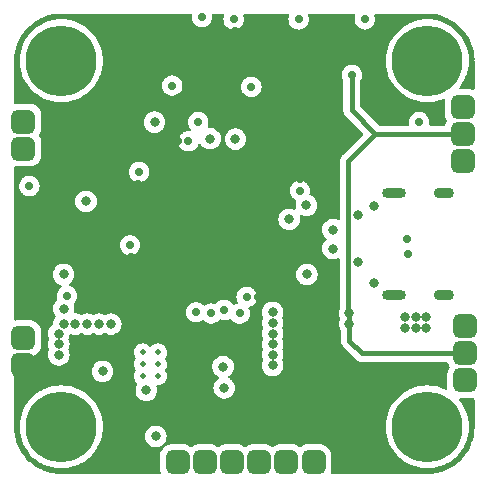
<source format=gbr>
%TF.GenerationSoftware,KiCad,Pcbnew,(6.0.0)*%
%TF.CreationDate,2022-08-29T11:56:51+07:00*%
%TF.ProjectId,FlightBit,466c6967-6874-4426-9974-2e6b69636164,rev?*%
%TF.SameCoordinates,Original*%
%TF.FileFunction,Copper,L2,Inr*%
%TF.FilePolarity,Positive*%
%FSLAX46Y46*%
G04 Gerber Fmt 4.6, Leading zero omitted, Abs format (unit mm)*
G04 Created by KiCad (PCBNEW (6.0.0)) date 2022-08-29 11:56:51*
%MOMM*%
%LPD*%
G01*
G04 APERTURE LIST*
G04 Aperture macros list*
%AMRoundRect*
0 Rectangle with rounded corners*
0 $1 Rounding radius*
0 $2 $3 $4 $5 $6 $7 $8 $9 X,Y pos of 4 corners*
0 Add a 4 corners polygon primitive as box body*
4,1,4,$2,$3,$4,$5,$6,$7,$8,$9,$2,$3,0*
0 Add four circle primitives for the rounded corners*
1,1,$1+$1,$2,$3*
1,1,$1+$1,$4,$5*
1,1,$1+$1,$6,$7*
1,1,$1+$1,$8,$9*
0 Add four rect primitives between the rounded corners*
20,1,$1+$1,$2,$3,$4,$5,0*
20,1,$1+$1,$4,$5,$6,$7,0*
20,1,$1+$1,$6,$7,$8,$9,0*
20,1,$1+$1,$8,$9,$2,$3,0*%
G04 Aperture macros list end*
%TA.AperFunction,ComponentPad*%
%ADD10RoundRect,0.500000X-0.500000X-0.500000X0.500000X-0.500000X0.500000X0.500000X-0.500000X0.500000X0*%
%TD*%
%TA.AperFunction,ComponentPad*%
%ADD11RoundRect,0.500000X-0.500000X0.500000X-0.500000X-0.500000X0.500000X-0.500000X0.500000X0.500000X0*%
%TD*%
%TA.AperFunction,ComponentPad*%
%ADD12O,2.000000X0.900000*%
%TD*%
%TA.AperFunction,ComponentPad*%
%ADD13O,1.700000X0.900000*%
%TD*%
%TA.AperFunction,ComponentPad*%
%ADD14C,6.000000*%
%TD*%
%TA.AperFunction,ComponentPad*%
%ADD15RoundRect,0.500000X0.500000X0.500000X-0.500000X0.500000X-0.500000X-0.500000X0.500000X-0.500000X0*%
%TD*%
%TA.AperFunction,ComponentPad*%
%ADD16C,0.500000*%
%TD*%
%TA.AperFunction,ViaPad*%
%ADD17C,0.700000*%
%TD*%
%TA.AperFunction,ViaPad*%
%ADD18C,0.800000*%
%TD*%
%TA.AperFunction,Conductor*%
%ADD19C,0.400000*%
%TD*%
G04 APERTURE END LIST*
D10*
%TO.N,GND*%
%TO.C,J3*%
X158400000Y-108772000D03*
%TO.N,+5V*%
X158400000Y-106486000D03*
%TO.N,/PPM*%
X158400000Y-104200000D03*
%TD*%
D11*
%TO.N,GNDPWR*%
%TO.C,J4*%
X134068000Y-115700000D03*
%TO.N,/VBAT*%
X136354000Y-115700000D03*
%TO.N,/TIM3_S1*%
X138640000Y-115700000D03*
%TO.N,/TIM3_S2*%
X140926000Y-115700000D03*
%TO.N,/TIM3_S3*%
X143258000Y-115700000D03*
%TO.N,/TIM3_S4*%
X145558000Y-115700000D03*
%TD*%
D12*
%TO.N,GND*%
%TO.C,J2*%
X152395000Y-92880000D03*
X152395000Y-101520000D03*
D13*
X156565000Y-92880000D03*
X156565000Y-101520000D03*
%TD*%
D14*
%TO.N,N/C*%
%TO.C,H2*%
X124200000Y-81700000D03*
%TD*%
%TO.N,N/C*%
%TO.C,H4*%
X124200000Y-112700000D03*
%TD*%
%TO.N,N/C*%
%TO.C,H3*%
X155200000Y-81700000D03*
%TD*%
D15*
%TO.N,GND*%
%TO.C,J1*%
X158200000Y-85628000D03*
%TO.N,+5V*%
X158200000Y-87914000D03*
%TO.N,/SBUS*%
X158200000Y-90200000D03*
%TD*%
D10*
%TO.N,GND*%
%TO.C,J5*%
X121000000Y-89143000D03*
%TO.N,+5V*%
X121000000Y-86857000D03*
%TD*%
D16*
%TO.N,N/C*%
%TO.C,U3*%
X132400000Y-106400000D03*
X132400000Y-107400000D03*
X131100000Y-107400000D03*
X131100000Y-106400000D03*
X132400000Y-108400000D03*
X131100000Y-108400000D03*
%TD*%
D14*
%TO.N,N/C*%
%TO.C,H1*%
X155200000Y-112700000D03*
%TD*%
D15*
%TO.N,GND*%
%TO.C,J6*%
X121000000Y-105200000D03*
%TO.N,+3V3*%
X121000000Y-107486000D03*
%TD*%
D17*
%TO.N,+3V3*%
X122800000Y-98900000D03*
X140900000Y-101700000D03*
X154200000Y-85500000D03*
X134074099Y-88495612D03*
X140200000Y-87600000D03*
X120800000Y-100300000D03*
X130086620Y-98359491D03*
X121500000Y-98000000D03*
X130700000Y-92100000D03*
D18*
X155300000Y-108700000D03*
D17*
X133500000Y-81600000D03*
D18*
X153500000Y-108700000D03*
D17*
X138900000Y-79200000D03*
X147000000Y-82900000D03*
D18*
X154400000Y-108700000D03*
D17*
X144400000Y-91700000D03*
%TO.N,GND*%
X154500000Y-86900000D03*
X124700000Y-101600000D03*
D18*
X154200000Y-103400000D03*
D17*
X138800000Y-78200000D03*
X136100000Y-78000000D03*
D18*
X153300000Y-103400000D03*
D17*
X144300000Y-78200000D03*
D18*
X124400000Y-99800000D03*
D17*
X140300000Y-83900000D03*
X139900000Y-101700000D03*
X121500000Y-92300000D03*
D18*
X150700000Y-100500000D03*
D17*
X149900000Y-78200000D03*
X135800000Y-86900000D03*
D18*
X155100000Y-104300000D03*
X126300000Y-93600000D03*
X154200000Y-104300000D03*
X155100000Y-103400000D03*
D17*
X144400000Y-92700000D03*
D18*
X153300000Y-104300000D03*
D17*
X130026944Y-97326944D03*
D18*
X150700000Y-94000000D03*
D17*
X134973056Y-88526944D03*
X130800000Y-91100000D03*
X133600000Y-83800000D03*
D18*
%TO.N,/VIN*%
X127700000Y-108000000D03*
X137900000Y-107600000D03*
%TO.N,GNDPWR*%
X127400000Y-104000000D03*
X142100000Y-106600000D03*
X124000000Y-105700000D03*
X142100000Y-105700000D03*
X142100000Y-103900000D03*
X142100000Y-104800000D03*
X142100000Y-107500000D03*
X126400000Y-104000000D03*
X128400000Y-104000000D03*
X124000000Y-106600000D03*
X124000000Y-104800000D03*
X142100000Y-103000000D03*
X124400000Y-104000000D03*
X125400000Y-104000000D03*
%TO.N,/BST*%
X131400000Y-109600000D03*
X138000000Y-109400000D03*
%TO.N,+5V*%
X148600000Y-104000000D03*
D17*
X148800000Y-82900000D03*
D18*
X132100000Y-86900000D03*
X148600000Y-103100000D03*
X145000000Y-99800000D03*
%TO.N,/VBAT*%
X124400000Y-102700000D03*
X132200000Y-113500000D03*
D17*
%TO.N,/D-*%
X153500000Y-96800000D03*
X153600000Y-98100000D03*
D18*
%TO.N,VBUS*%
X149300000Y-94800000D03*
X149300000Y-98719500D03*
D17*
%TO.N,/TIM3_S1*%
X135600000Y-103000000D03*
%TO.N,/TIM3_S2*%
X136900000Y-103100000D03*
%TO.N,/TIM3_S3*%
X138000000Y-102800000D03*
%TO.N,/TIM3_S4*%
X139300000Y-103100000D03*
D18*
%TO.N,/UART1_RX*%
X144953722Y-93946278D03*
X143496278Y-95124501D03*
%TO.N,/IMU_SDA*%
X138947408Y-88334260D03*
X136800000Y-88300000D03*
%TO.N,/USB_DP*%
X147200000Y-96000500D03*
X147200000Y-97600000D03*
%TD*%
D19*
%TO.N,+5V*%
X150786000Y-87914000D02*
X158200000Y-87914000D01*
X148800000Y-85900000D02*
X148800000Y-82900000D01*
X149686000Y-106486000D02*
X158400000Y-106486000D01*
X148600000Y-104000000D02*
X148600000Y-105400000D01*
X150786000Y-87914000D02*
X150786000Y-87886000D01*
X148600000Y-103100000D02*
X148600000Y-104000000D01*
X148600000Y-105400000D02*
X149686000Y-106486000D01*
X148500489Y-90199511D02*
X150786000Y-87914000D01*
X148600000Y-103100000D02*
X148500489Y-103000489D01*
X150786000Y-87886000D02*
X148800000Y-85900000D01*
X148500489Y-103000489D02*
X148500489Y-90199511D01*
%TD*%
%TA.AperFunction,Conductor*%
%TO.N,+3V3*%
G36*
X135195645Y-77728002D02*
G01*
X135242138Y-77781658D01*
X135252834Y-77847171D01*
X135238881Y-77979921D01*
X135236771Y-78000000D01*
X135255635Y-78179475D01*
X135257675Y-78185753D01*
X135257675Y-78185754D01*
X135258034Y-78186858D01*
X135311401Y-78351107D01*
X135314704Y-78356829D01*
X135314705Y-78356830D01*
X135346689Y-78412227D01*
X135401633Y-78507393D01*
X135406051Y-78512300D01*
X135406052Y-78512301D01*
X135411217Y-78518037D01*
X135522387Y-78641504D01*
X135668385Y-78747578D01*
X135674413Y-78750262D01*
X135674415Y-78750263D01*
X135682811Y-78754001D01*
X135833248Y-78820980D01*
X135921508Y-78839740D01*
X136003311Y-78857128D01*
X136003315Y-78857128D01*
X136009768Y-78858500D01*
X136190232Y-78858500D01*
X136196685Y-78857128D01*
X136196689Y-78857128D01*
X136278492Y-78839740D01*
X136366752Y-78820980D01*
X136517189Y-78754001D01*
X136525585Y-78750263D01*
X136525587Y-78750262D01*
X136531615Y-78747578D01*
X136677613Y-78641504D01*
X136788783Y-78518037D01*
X136793948Y-78512301D01*
X136793949Y-78512300D01*
X136798367Y-78507393D01*
X136853311Y-78412227D01*
X136885295Y-78356830D01*
X136885296Y-78356829D01*
X136888599Y-78351107D01*
X136941966Y-78186858D01*
X136942325Y-78185754D01*
X136942325Y-78185753D01*
X136944365Y-78179475D01*
X136963229Y-78000000D01*
X136961119Y-77979921D01*
X136947166Y-77847171D01*
X136959938Y-77777332D01*
X137008440Y-77725486D01*
X137072476Y-77708000D01*
X137883756Y-77708000D01*
X137951877Y-77728002D01*
X137998370Y-77781658D01*
X138008474Y-77851932D01*
X138003589Y-77872936D01*
X137955635Y-78020525D01*
X137936771Y-78200000D01*
X137955635Y-78379475D01*
X138011401Y-78551107D01*
X138101633Y-78707393D01*
X138106051Y-78712300D01*
X138106052Y-78712301D01*
X138203907Y-78820980D01*
X138222387Y-78841504D01*
X138227729Y-78845385D01*
X138227731Y-78845387D01*
X138363043Y-78943697D01*
X138368385Y-78947578D01*
X138374413Y-78950262D01*
X138374415Y-78950263D01*
X138527217Y-79018295D01*
X138533248Y-79020980D01*
X138621508Y-79039740D01*
X138703311Y-79057128D01*
X138703315Y-79057128D01*
X138709768Y-79058500D01*
X138890232Y-79058500D01*
X138896685Y-79057128D01*
X138896689Y-79057128D01*
X138978492Y-79039740D01*
X139066752Y-79020980D01*
X139072783Y-79018295D01*
X139225585Y-78950263D01*
X139225587Y-78950262D01*
X139231615Y-78947578D01*
X139236957Y-78943697D01*
X139372269Y-78845387D01*
X139372271Y-78845385D01*
X139377613Y-78841504D01*
X139396093Y-78820980D01*
X139493948Y-78712301D01*
X139493949Y-78712300D01*
X139498367Y-78707393D01*
X139588599Y-78551107D01*
X139644365Y-78379475D01*
X139663229Y-78200000D01*
X139644365Y-78020525D01*
X139596411Y-77872936D01*
X139594384Y-77801968D01*
X139631046Y-77741170D01*
X139694759Y-77709845D01*
X139716244Y-77708000D01*
X143383756Y-77708000D01*
X143451877Y-77728002D01*
X143498370Y-77781658D01*
X143508474Y-77851932D01*
X143503589Y-77872936D01*
X143455635Y-78020525D01*
X143436771Y-78200000D01*
X143455635Y-78379475D01*
X143511401Y-78551107D01*
X143601633Y-78707393D01*
X143606051Y-78712300D01*
X143606052Y-78712301D01*
X143703907Y-78820980D01*
X143722387Y-78841504D01*
X143727729Y-78845385D01*
X143727731Y-78845387D01*
X143863043Y-78943697D01*
X143868385Y-78947578D01*
X143874413Y-78950262D01*
X143874415Y-78950263D01*
X144027217Y-79018295D01*
X144033248Y-79020980D01*
X144121508Y-79039740D01*
X144203311Y-79057128D01*
X144203315Y-79057128D01*
X144209768Y-79058500D01*
X144390232Y-79058500D01*
X144396685Y-79057128D01*
X144396689Y-79057128D01*
X144478492Y-79039740D01*
X144566752Y-79020980D01*
X144572783Y-79018295D01*
X144725585Y-78950263D01*
X144725587Y-78950262D01*
X144731615Y-78947578D01*
X144736957Y-78943697D01*
X144872269Y-78845387D01*
X144872271Y-78845385D01*
X144877613Y-78841504D01*
X144896093Y-78820980D01*
X144993948Y-78712301D01*
X144993949Y-78712300D01*
X144998367Y-78707393D01*
X145088599Y-78551107D01*
X145144365Y-78379475D01*
X145163229Y-78200000D01*
X145144365Y-78020525D01*
X145096411Y-77872936D01*
X145094384Y-77801968D01*
X145131046Y-77741170D01*
X145194759Y-77709845D01*
X145216244Y-77708000D01*
X148983756Y-77708000D01*
X149051877Y-77728002D01*
X149098370Y-77781658D01*
X149108474Y-77851932D01*
X149103589Y-77872936D01*
X149055635Y-78020525D01*
X149036771Y-78200000D01*
X149055635Y-78379475D01*
X149111401Y-78551107D01*
X149201633Y-78707393D01*
X149206051Y-78712300D01*
X149206052Y-78712301D01*
X149303907Y-78820980D01*
X149322387Y-78841504D01*
X149327729Y-78845385D01*
X149327731Y-78845387D01*
X149463043Y-78943697D01*
X149468385Y-78947578D01*
X149474413Y-78950262D01*
X149474415Y-78950263D01*
X149627217Y-79018295D01*
X149633248Y-79020980D01*
X149721508Y-79039740D01*
X149803311Y-79057128D01*
X149803315Y-79057128D01*
X149809768Y-79058500D01*
X149990232Y-79058500D01*
X149996685Y-79057128D01*
X149996689Y-79057128D01*
X150078492Y-79039740D01*
X150166752Y-79020980D01*
X150172783Y-79018295D01*
X150325585Y-78950263D01*
X150325587Y-78950262D01*
X150331615Y-78947578D01*
X150336957Y-78943697D01*
X150472269Y-78845387D01*
X150472271Y-78845385D01*
X150477613Y-78841504D01*
X150496093Y-78820980D01*
X150593948Y-78712301D01*
X150593949Y-78712300D01*
X150598367Y-78707393D01*
X150688599Y-78551107D01*
X150744365Y-78379475D01*
X150763229Y-78200000D01*
X150744365Y-78020525D01*
X150696411Y-77872936D01*
X150694384Y-77801968D01*
X150731046Y-77741170D01*
X150794759Y-77709845D01*
X150816244Y-77708000D01*
X155150672Y-77708000D01*
X155170057Y-77709500D01*
X155184858Y-77711805D01*
X155184861Y-77711805D01*
X155193730Y-77713186D01*
X155213626Y-77710584D01*
X155235784Y-77709654D01*
X155562518Y-77724760D01*
X155574107Y-77725834D01*
X155927764Y-77775167D01*
X155939204Y-77777306D01*
X156286799Y-77859060D01*
X156297987Y-77862243D01*
X156636553Y-77975719D01*
X156647398Y-77979919D01*
X156810732Y-78052039D01*
X156974063Y-78124157D01*
X156984468Y-78129337D01*
X157296441Y-78303105D01*
X157306318Y-78309221D01*
X157600912Y-78511023D01*
X157610200Y-78518037D01*
X157884919Y-78746160D01*
X157893519Y-78754001D01*
X158145999Y-79006481D01*
X158153840Y-79015081D01*
X158381963Y-79289800D01*
X158388977Y-79299088D01*
X158590779Y-79593682D01*
X158596895Y-79603559D01*
X158770663Y-79915532D01*
X158775843Y-79925937D01*
X158920079Y-80252598D01*
X158924283Y-80263451D01*
X159037756Y-80602011D01*
X159040941Y-80613204D01*
X159122694Y-80960796D01*
X159124833Y-80972236D01*
X159174166Y-81325893D01*
X159175240Y-81337482D01*
X159190003Y-81656816D01*
X159188638Y-81682015D01*
X159186814Y-81693730D01*
X159187978Y-81702632D01*
X159187978Y-81702635D01*
X159190936Y-81725251D01*
X159192000Y-81741589D01*
X159192000Y-84051440D01*
X159171998Y-84119561D01*
X159118342Y-84166054D01*
X159048068Y-84176158D01*
X159017578Y-84167764D01*
X159013470Y-84166054D01*
X158996284Y-84158900D01*
X158990248Y-84157683D01*
X158990245Y-84157682D01*
X158806996Y-84120733D01*
X158806995Y-84120733D01*
X158802408Y-84119808D01*
X158796328Y-84119500D01*
X158019488Y-84119500D01*
X157951367Y-84099498D01*
X157904874Y-84045842D01*
X157894770Y-83975568D01*
X157921568Y-83914206D01*
X158040246Y-83767651D01*
X158042332Y-83765075D01*
X158242620Y-83456657D01*
X158275256Y-83392607D01*
X158408075Y-83131934D01*
X158409573Y-83128994D01*
X158497475Y-82900000D01*
X158540175Y-82788764D01*
X158540176Y-82788762D01*
X158541361Y-82785674D01*
X158636541Y-82430459D01*
X158681003Y-82149737D01*
X158693555Y-82070489D01*
X158693556Y-82070481D01*
X158694069Y-82067241D01*
X158713315Y-81700000D01*
X158694069Y-81332759D01*
X158686678Y-81286089D01*
X158637057Y-80972802D01*
X158636541Y-80969541D01*
X158541361Y-80614326D01*
X158409573Y-80271006D01*
X158242620Y-79943343D01*
X158231317Y-79925937D01*
X158044134Y-79637700D01*
X158042332Y-79634925D01*
X157810902Y-79349133D01*
X157550867Y-79089098D01*
X157265075Y-78857668D01*
X157095551Y-78747578D01*
X156959427Y-78659178D01*
X156959424Y-78659176D01*
X156956658Y-78657380D01*
X156953724Y-78655885D01*
X156953717Y-78655881D01*
X156631934Y-78491925D01*
X156628994Y-78490427D01*
X156285674Y-78358639D01*
X155930459Y-78263459D01*
X155737442Y-78232888D01*
X155570489Y-78206445D01*
X155570481Y-78206444D01*
X155567241Y-78205931D01*
X155200000Y-78186685D01*
X154832759Y-78205931D01*
X154829519Y-78206444D01*
X154829511Y-78206445D01*
X154662558Y-78232888D01*
X154469541Y-78263459D01*
X154114326Y-78358639D01*
X153771006Y-78490427D01*
X153768066Y-78491925D01*
X153446284Y-78655881D01*
X153446277Y-78655885D01*
X153443343Y-78657380D01*
X153440577Y-78659176D01*
X153440574Y-78659178D01*
X153300911Y-78749876D01*
X153134925Y-78857668D01*
X152849133Y-79089098D01*
X152589098Y-79349133D01*
X152357668Y-79634925D01*
X152355866Y-79637700D01*
X152168684Y-79925937D01*
X152157380Y-79943343D01*
X151990427Y-80271006D01*
X151858639Y-80614326D01*
X151763459Y-80969541D01*
X151762943Y-80972802D01*
X151713323Y-81286089D01*
X151705931Y-81332759D01*
X151686685Y-81700000D01*
X151705931Y-82067241D01*
X151706444Y-82070481D01*
X151706445Y-82070489D01*
X151718997Y-82149737D01*
X151763459Y-82430459D01*
X151858639Y-82785674D01*
X151859824Y-82788762D01*
X151859825Y-82788764D01*
X151902525Y-82900000D01*
X151990427Y-83128994D01*
X151991925Y-83131934D01*
X152124745Y-83392607D01*
X152157380Y-83456657D01*
X152357668Y-83765075D01*
X152589098Y-84050867D01*
X152849133Y-84310902D01*
X153134925Y-84542332D01*
X153137700Y-84544134D01*
X153405885Y-84718295D01*
X153443342Y-84742620D01*
X153446276Y-84744115D01*
X153446283Y-84744119D01*
X153674928Y-84860619D01*
X153771006Y-84909573D01*
X154114326Y-85041361D01*
X154469541Y-85136541D01*
X154662558Y-85167112D01*
X154829511Y-85193555D01*
X154829519Y-85193556D01*
X154832759Y-85194069D01*
X155200000Y-85213315D01*
X155567241Y-85194069D01*
X155570481Y-85193556D01*
X155570489Y-85193555D01*
X155737442Y-85167112D01*
X155930459Y-85136541D01*
X156285674Y-85041361D01*
X156520346Y-84951279D01*
X156591110Y-84945540D01*
X156653743Y-84978970D01*
X156688360Y-85040956D01*
X156691500Y-85068910D01*
X156691500Y-86224328D01*
X156691808Y-86230408D01*
X156692733Y-86234995D01*
X156692733Y-86234996D01*
X156729199Y-86415846D01*
X156730900Y-86424284D01*
X156806905Y-86606873D01*
X156810332Y-86611992D01*
X156810334Y-86611996D01*
X156869855Y-86700907D01*
X156891129Y-86768641D01*
X156869855Y-86841093D01*
X156810334Y-86930004D01*
X156810332Y-86930008D01*
X156806905Y-86935127D01*
X156730900Y-87117716D01*
X156730837Y-87118028D01*
X156692908Y-87175633D01*
X156628005Y-87204409D01*
X156611456Y-87205500D01*
X155471057Y-87205500D01*
X155402936Y-87185498D01*
X155356443Y-87131842D01*
X155345747Y-87066329D01*
X155362539Y-86906565D01*
X155363229Y-86900000D01*
X155362539Y-86893435D01*
X155345055Y-86727089D01*
X155345055Y-86727088D01*
X155344365Y-86720525D01*
X155288599Y-86548893D01*
X155280422Y-86534729D01*
X155201668Y-86398325D01*
X155198367Y-86392607D01*
X155077613Y-86258496D01*
X155071559Y-86254097D01*
X154936957Y-86156303D01*
X154936956Y-86156302D01*
X154931615Y-86152422D01*
X154925587Y-86149738D01*
X154925585Y-86149737D01*
X154772783Y-86081705D01*
X154772781Y-86081705D01*
X154766752Y-86079020D01*
X154678492Y-86060260D01*
X154596689Y-86042872D01*
X154596685Y-86042872D01*
X154590232Y-86041500D01*
X154409768Y-86041500D01*
X154403315Y-86042872D01*
X154403311Y-86042872D01*
X154321508Y-86060260D01*
X154233248Y-86079020D01*
X154227219Y-86081704D01*
X154227217Y-86081705D01*
X154074416Y-86149737D01*
X154074414Y-86149738D01*
X154068386Y-86152422D01*
X154063045Y-86156302D01*
X154063044Y-86156303D01*
X153927731Y-86254613D01*
X153927729Y-86254615D01*
X153922387Y-86258496D01*
X153801633Y-86392607D01*
X153798332Y-86398325D01*
X153719579Y-86534729D01*
X153711401Y-86548893D01*
X153655635Y-86720525D01*
X153654945Y-86727088D01*
X153654945Y-86727089D01*
X153637461Y-86893435D01*
X153636771Y-86900000D01*
X153637461Y-86906565D01*
X153654253Y-87066329D01*
X153641481Y-87136168D01*
X153592979Y-87188014D01*
X153528943Y-87205500D01*
X151159660Y-87205500D01*
X151091539Y-87185498D01*
X151070565Y-87168595D01*
X149545405Y-85643435D01*
X149511379Y-85581123D01*
X149508500Y-85554340D01*
X149508500Y-83423603D01*
X149525381Y-83360603D01*
X149585295Y-83256830D01*
X149585296Y-83256829D01*
X149588599Y-83251107D01*
X149627320Y-83131934D01*
X149642325Y-83085754D01*
X149642325Y-83085753D01*
X149644365Y-83079475D01*
X149647209Y-83052422D01*
X149662539Y-82906565D01*
X149663229Y-82900000D01*
X149644365Y-82720525D01*
X149588599Y-82548893D01*
X149498367Y-82392607D01*
X149377613Y-82258496D01*
X149231615Y-82152422D01*
X149225587Y-82149738D01*
X149225585Y-82149737D01*
X149072783Y-82081705D01*
X149072781Y-82081705D01*
X149066752Y-82079020D01*
X148978492Y-82060260D01*
X148896689Y-82042872D01*
X148896685Y-82042872D01*
X148890232Y-82041500D01*
X148709768Y-82041500D01*
X148703315Y-82042872D01*
X148703311Y-82042872D01*
X148621508Y-82060260D01*
X148533248Y-82079020D01*
X148527219Y-82081704D01*
X148527217Y-82081705D01*
X148374416Y-82149737D01*
X148374414Y-82149738D01*
X148368386Y-82152422D01*
X148363045Y-82156302D01*
X148363044Y-82156303D01*
X148227731Y-82254613D01*
X148227729Y-82254615D01*
X148222387Y-82258496D01*
X148101633Y-82392607D01*
X148011401Y-82548893D01*
X147955635Y-82720525D01*
X147936771Y-82900000D01*
X147937461Y-82906565D01*
X147952792Y-83052422D01*
X147955635Y-83079475D01*
X147957675Y-83085753D01*
X147957675Y-83085754D01*
X147972680Y-83131934D01*
X148011401Y-83251107D01*
X148014704Y-83256829D01*
X148014705Y-83256830D01*
X148074619Y-83360603D01*
X148091500Y-83423603D01*
X148091500Y-85871088D01*
X148091208Y-85879658D01*
X148087275Y-85937352D01*
X148088580Y-85944829D01*
X148088580Y-85944830D01*
X148098261Y-86000299D01*
X148099223Y-86006821D01*
X148106898Y-86070242D01*
X148109581Y-86077343D01*
X148110222Y-86079952D01*
X148114685Y-86096262D01*
X148115450Y-86098798D01*
X148116757Y-86106284D01*
X148137011Y-86152422D01*
X148142442Y-86164795D01*
X148144933Y-86170899D01*
X148167513Y-86230656D01*
X148171817Y-86236919D01*
X148173054Y-86239285D01*
X148181299Y-86254097D01*
X148182632Y-86256351D01*
X148185685Y-86263305D01*
X148190307Y-86269328D01*
X148224579Y-86313991D01*
X148228459Y-86319332D01*
X148260339Y-86365720D01*
X148260344Y-86365725D01*
X148264643Y-86371981D01*
X148270313Y-86377032D01*
X148270314Y-86377034D01*
X148311170Y-86413435D01*
X148316446Y-86418416D01*
X149708934Y-87810905D01*
X149742960Y-87873217D01*
X149737895Y-87944033D01*
X149708934Y-87989095D01*
X148019961Y-89678069D01*
X148013695Y-89683923D01*
X147975829Y-89716955D01*
X147975826Y-89716958D01*
X147970104Y-89721950D01*
X147950393Y-89749996D01*
X147933361Y-89774230D01*
X147929428Y-89779525D01*
X147890013Y-89829793D01*
X147886890Y-89836709D01*
X147885506Y-89838995D01*
X147877132Y-89853676D01*
X147875867Y-89856036D01*
X147871499Y-89862250D01*
X147868739Y-89869329D01*
X147868738Y-89869331D01*
X147848287Y-89921786D01*
X147845736Y-89927855D01*
X147819444Y-89986084D01*
X147818060Y-89993551D01*
X147817259Y-89996106D01*
X147812630Y-90012359D01*
X147811967Y-90014939D01*
X147809207Y-90022020D01*
X147808216Y-90029551D01*
X147808215Y-90029553D01*
X147800868Y-90085363D01*
X147799837Y-90091870D01*
X147788193Y-90154697D01*
X147788630Y-90162277D01*
X147788630Y-90162278D01*
X147791780Y-90216903D01*
X147791989Y-90224157D01*
X147791989Y-95075570D01*
X147771987Y-95143691D01*
X147718331Y-95190184D01*
X147648057Y-95200288D01*
X147614740Y-95190677D01*
X147488319Y-95134391D01*
X147488318Y-95134391D01*
X147482288Y-95131706D01*
X147388887Y-95111853D01*
X147301944Y-95093372D01*
X147301939Y-95093372D01*
X147295487Y-95092000D01*
X147104513Y-95092000D01*
X147098061Y-95093372D01*
X147098056Y-95093372D01*
X147011113Y-95111853D01*
X146917712Y-95131706D01*
X146911682Y-95134391D01*
X146911681Y-95134391D01*
X146749278Y-95206697D01*
X146749276Y-95206698D01*
X146743248Y-95209382D01*
X146588747Y-95321634D01*
X146460960Y-95463556D01*
X146365473Y-95628944D01*
X146306458Y-95810572D01*
X146286496Y-96000500D01*
X146306458Y-96190428D01*
X146365473Y-96372056D01*
X146460960Y-96537444D01*
X146465378Y-96542351D01*
X146465379Y-96542352D01*
X146584325Y-96674455D01*
X146588747Y-96679366D01*
X146614827Y-96698314D01*
X146658181Y-96754536D01*
X146664257Y-96825272D01*
X146631125Y-96888064D01*
X146614830Y-96902183D01*
X146588747Y-96921134D01*
X146584326Y-96926044D01*
X146584325Y-96926045D01*
X146536217Y-96979475D01*
X146460960Y-97063056D01*
X146365473Y-97228444D01*
X146306458Y-97410072D01*
X146305768Y-97416633D01*
X146305768Y-97416635D01*
X146296332Y-97506419D01*
X146286496Y-97600000D01*
X146287186Y-97606565D01*
X146302806Y-97755178D01*
X146306458Y-97789928D01*
X146365473Y-97971556D01*
X146460960Y-98136944D01*
X146465378Y-98141851D01*
X146465379Y-98141852D01*
X146507178Y-98188274D01*
X146588747Y-98278866D01*
X146743248Y-98391118D01*
X146749276Y-98393802D01*
X146749278Y-98393803D01*
X146877986Y-98451107D01*
X146917712Y-98468794D01*
X147011113Y-98488647D01*
X147098056Y-98507128D01*
X147098061Y-98507128D01*
X147104513Y-98508500D01*
X147295487Y-98508500D01*
X147301939Y-98507128D01*
X147301944Y-98507128D01*
X147388887Y-98488647D01*
X147482288Y-98468794D01*
X147536131Y-98444822D01*
X147614740Y-98409823D01*
X147685107Y-98400389D01*
X147749404Y-98430496D01*
X147787218Y-98490585D01*
X147791989Y-98524930D01*
X147791989Y-102648756D01*
X147775109Y-102711755D01*
X147765473Y-102728444D01*
X147706458Y-102910072D01*
X147705768Y-102916633D01*
X147705768Y-102916635D01*
X147705359Y-102920525D01*
X147686496Y-103100000D01*
X147687186Y-103106565D01*
X147703911Y-103265690D01*
X147706458Y-103289928D01*
X147765473Y-103471556D01*
X147768776Y-103477277D01*
X147774389Y-103486998D01*
X147791128Y-103555993D01*
X147774390Y-103613000D01*
X147765473Y-103628444D01*
X147706458Y-103810072D01*
X147705768Y-103816633D01*
X147705768Y-103816635D01*
X147701512Y-103857128D01*
X147686496Y-104000000D01*
X147687186Y-104006565D01*
X147699228Y-104121134D01*
X147706458Y-104189928D01*
X147765473Y-104371556D01*
X147768776Y-104377278D01*
X147768777Y-104377279D01*
X147787527Y-104409755D01*
X147860960Y-104536944D01*
X147865379Y-104541852D01*
X147867436Y-104544683D01*
X147891295Y-104611551D01*
X147891500Y-104618744D01*
X147891500Y-105371088D01*
X147891208Y-105379658D01*
X147888929Y-105413093D01*
X147887275Y-105437352D01*
X147888580Y-105444829D01*
X147888580Y-105444830D01*
X147898261Y-105500299D01*
X147899223Y-105506821D01*
X147906898Y-105570242D01*
X147909581Y-105577343D01*
X147910222Y-105579952D01*
X147914685Y-105596262D01*
X147915450Y-105598798D01*
X147916757Y-105606284D01*
X147919811Y-105613241D01*
X147942442Y-105664795D01*
X147944933Y-105670899D01*
X147967513Y-105730656D01*
X147971817Y-105736919D01*
X147973054Y-105739285D01*
X147981299Y-105754097D01*
X147982632Y-105756351D01*
X147985685Y-105763305D01*
X148021619Y-105810133D01*
X148024579Y-105813991D01*
X148028459Y-105819332D01*
X148060339Y-105865720D01*
X148060344Y-105865725D01*
X148064643Y-105871981D01*
X148070313Y-105877032D01*
X148070314Y-105877034D01*
X148111170Y-105913435D01*
X148116446Y-105918416D01*
X149164550Y-106966520D01*
X149170404Y-106972785D01*
X149208439Y-107016385D01*
X149214653Y-107020752D01*
X149260719Y-107053128D01*
X149266014Y-107057061D01*
X149316282Y-107096476D01*
X149323198Y-107099599D01*
X149325484Y-107100983D01*
X149340165Y-107109357D01*
X149342525Y-107110622D01*
X149348739Y-107114990D01*
X149355818Y-107117750D01*
X149355820Y-107117751D01*
X149408275Y-107138202D01*
X149414344Y-107140753D01*
X149472573Y-107167045D01*
X149480040Y-107168429D01*
X149482595Y-107169230D01*
X149498848Y-107173859D01*
X149501428Y-107174522D01*
X149508509Y-107177282D01*
X149516040Y-107178273D01*
X149516042Y-107178274D01*
X149545661Y-107182173D01*
X149571861Y-107185622D01*
X149578359Y-107186652D01*
X149641186Y-107198296D01*
X149648766Y-107197859D01*
X149648767Y-107197859D01*
X149703392Y-107194709D01*
X149710646Y-107194500D01*
X156811456Y-107194500D01*
X156879577Y-107214502D01*
X156926070Y-107268158D01*
X156930301Y-107279314D01*
X156930900Y-107282284D01*
X157006905Y-107464873D01*
X157010332Y-107469992D01*
X157010334Y-107469996D01*
X157069855Y-107558907D01*
X157091129Y-107626641D01*
X157069855Y-107699093D01*
X157010334Y-107788004D01*
X157010332Y-107788008D01*
X157006905Y-107793127D01*
X156930900Y-107975716D01*
X156929683Y-107981752D01*
X156929682Y-107981755D01*
X156914977Y-108054687D01*
X156891808Y-108169592D01*
X156891500Y-108175672D01*
X156891500Y-109368328D01*
X156891808Y-109374408D01*
X156896455Y-109397454D01*
X156890313Y-109468182D01*
X156846906Y-109524364D01*
X156780016Y-109548159D01*
X156715738Y-109534625D01*
X156631934Y-109491925D01*
X156628994Y-109490427D01*
X156393423Y-109400000D01*
X156288764Y-109359825D01*
X156288762Y-109359824D01*
X156285674Y-109358639D01*
X155930459Y-109263459D01*
X155709383Y-109228444D01*
X155570489Y-109206445D01*
X155570481Y-109206444D01*
X155567241Y-109205931D01*
X155200000Y-109186685D01*
X154832759Y-109205931D01*
X154829519Y-109206444D01*
X154829511Y-109206445D01*
X154690617Y-109228444D01*
X154469541Y-109263459D01*
X154114326Y-109358639D01*
X154111238Y-109359824D01*
X154111236Y-109359825D01*
X154006577Y-109400000D01*
X153771006Y-109490427D01*
X153768066Y-109491925D01*
X153446284Y-109655881D01*
X153446277Y-109655885D01*
X153443343Y-109657380D01*
X153440577Y-109659176D01*
X153440574Y-109659178D01*
X153258714Y-109777279D01*
X153134925Y-109857668D01*
X152849133Y-110089098D01*
X152589098Y-110349133D01*
X152357668Y-110634925D01*
X152157380Y-110943343D01*
X151990427Y-111271006D01*
X151858639Y-111614326D01*
X151763459Y-111969541D01*
X151705931Y-112332759D01*
X151686685Y-112700000D01*
X151705931Y-113067241D01*
X151706444Y-113070481D01*
X151706445Y-113070489D01*
X151716620Y-113134729D01*
X151763459Y-113430459D01*
X151858639Y-113785674D01*
X151990427Y-114128994D01*
X151991925Y-114131934D01*
X152140590Y-114423704D01*
X152157380Y-114456657D01*
X152159176Y-114459423D01*
X152159178Y-114459426D01*
X152175449Y-114484481D01*
X152357668Y-114765075D01*
X152589098Y-115050867D01*
X152849133Y-115310902D01*
X153134925Y-115542332D01*
X153137700Y-115544134D01*
X153306633Y-115653840D01*
X153443342Y-115742620D01*
X153446276Y-115744115D01*
X153446283Y-115744119D01*
X153513972Y-115778608D01*
X153771006Y-115909573D01*
X154114326Y-116041361D01*
X154469541Y-116136541D01*
X154662558Y-116167112D01*
X154829511Y-116193555D01*
X154829519Y-116193556D01*
X154832759Y-116194069D01*
X155200000Y-116213315D01*
X155567241Y-116194069D01*
X155570481Y-116193556D01*
X155570489Y-116193555D01*
X155737442Y-116167112D01*
X155930459Y-116136541D01*
X156285674Y-116041361D01*
X156628994Y-115909573D01*
X156886028Y-115778608D01*
X156953717Y-115744119D01*
X156953724Y-115744115D01*
X156956658Y-115742620D01*
X157093368Y-115653840D01*
X157262300Y-115544134D01*
X157265075Y-115542332D01*
X157550867Y-115310902D01*
X157810902Y-115050867D01*
X158042332Y-114765075D01*
X158224551Y-114484481D01*
X158240822Y-114459426D01*
X158240824Y-114459423D01*
X158242620Y-114456657D01*
X158259411Y-114423704D01*
X158408075Y-114131934D01*
X158409573Y-114128994D01*
X158541361Y-113785674D01*
X158636541Y-113430459D01*
X158683380Y-113134729D01*
X158693555Y-113070489D01*
X158693556Y-113070481D01*
X158694069Y-113067241D01*
X158713315Y-112700000D01*
X158694069Y-112332759D01*
X158636541Y-111969541D01*
X158541361Y-111614326D01*
X158409573Y-111271006D01*
X158242620Y-110943343D01*
X158042332Y-110634925D01*
X157921568Y-110485794D01*
X157894242Y-110420267D01*
X157906682Y-110350369D01*
X157954936Y-110298292D01*
X158019488Y-110280500D01*
X158996328Y-110280500D01*
X159002408Y-110280192D01*
X159041096Y-110272391D01*
X159111825Y-110278533D01*
X159168006Y-110321940D01*
X159192000Y-110395905D01*
X159192000Y-112650672D01*
X159190500Y-112670056D01*
X159186814Y-112693730D01*
X159188454Y-112706270D01*
X159189416Y-112713626D01*
X159190346Y-112735784D01*
X159175240Y-113062518D01*
X159174166Y-113074107D01*
X159124833Y-113427764D01*
X159122694Y-113439204D01*
X159040941Y-113786796D01*
X159037757Y-113797987D01*
X159015206Y-113865271D01*
X158924283Y-114136549D01*
X158920081Y-114147398D01*
X158883211Y-114230900D01*
X158775843Y-114474063D01*
X158770663Y-114484468D01*
X158596895Y-114796441D01*
X158590779Y-114806318D01*
X158388977Y-115100912D01*
X158381963Y-115110200D01*
X158153840Y-115384919D01*
X158145999Y-115393519D01*
X157893519Y-115645999D01*
X157884919Y-115653840D01*
X157610200Y-115881963D01*
X157600912Y-115888977D01*
X157306318Y-116090779D01*
X157296441Y-116096895D01*
X156984468Y-116270663D01*
X156974063Y-116275843D01*
X156903509Y-116306996D01*
X156647398Y-116420081D01*
X156636553Y-116424281D01*
X156358192Y-116517578D01*
X156297989Y-116537756D01*
X156286799Y-116540940D01*
X156086059Y-116588154D01*
X155939204Y-116622694D01*
X155927764Y-116624833D01*
X155574107Y-116674166D01*
X155562519Y-116675240D01*
X155541389Y-116676217D01*
X155243184Y-116690003D01*
X155217985Y-116688638D01*
X155215142Y-116688195D01*
X155215140Y-116688195D01*
X155206270Y-116686814D01*
X155197368Y-116687978D01*
X155197365Y-116687978D01*
X155174749Y-116690936D01*
X155158411Y-116692000D01*
X147134560Y-116692000D01*
X147066439Y-116671998D01*
X147019946Y-116618342D01*
X147009842Y-116548068D01*
X147018236Y-116517578D01*
X147024732Y-116501972D01*
X147027100Y-116496284D01*
X147041992Y-116422430D01*
X147065267Y-116306996D01*
X147065267Y-116306995D01*
X147066192Y-116302408D01*
X147066500Y-116296328D01*
X147066500Y-115103672D01*
X147066192Y-115097592D01*
X147056771Y-115050867D01*
X147028318Y-114909755D01*
X147028317Y-114909752D01*
X147027100Y-114903716D01*
X146951095Y-114721127D01*
X146947668Y-114716008D01*
X146947666Y-114716004D01*
X146844504Y-114561901D01*
X146844500Y-114561896D01*
X146841073Y-114556777D01*
X146701223Y-114416927D01*
X146696104Y-114413500D01*
X146696099Y-114413496D01*
X146541996Y-114310334D01*
X146541992Y-114310332D01*
X146536873Y-114306905D01*
X146354284Y-114230900D01*
X146348248Y-114229683D01*
X146348245Y-114229682D01*
X146164996Y-114192733D01*
X146164995Y-114192733D01*
X146160408Y-114191808D01*
X146154328Y-114191500D01*
X144961672Y-114191500D01*
X144955592Y-114191808D01*
X144951005Y-114192733D01*
X144951004Y-114192733D01*
X144767755Y-114229682D01*
X144767752Y-114229683D01*
X144761716Y-114230900D01*
X144579127Y-114306905D01*
X144574008Y-114310332D01*
X144574004Y-114310334D01*
X144478093Y-114374541D01*
X144410359Y-114395815D01*
X144337907Y-114374541D01*
X144241996Y-114310334D01*
X144241992Y-114310332D01*
X144236873Y-114306905D01*
X144054284Y-114230900D01*
X144048248Y-114229683D01*
X144048245Y-114229682D01*
X143864996Y-114192733D01*
X143864995Y-114192733D01*
X143860408Y-114191808D01*
X143854328Y-114191500D01*
X142661672Y-114191500D01*
X142655592Y-114191808D01*
X142651005Y-114192733D01*
X142651004Y-114192733D01*
X142467755Y-114229682D01*
X142467752Y-114229683D01*
X142461716Y-114230900D01*
X142279127Y-114306905D01*
X142274008Y-114310332D01*
X142274004Y-114310334D01*
X142162093Y-114385252D01*
X142094359Y-114406526D01*
X142021907Y-114385252D01*
X141909996Y-114310334D01*
X141909992Y-114310332D01*
X141904873Y-114306905D01*
X141722284Y-114230900D01*
X141716248Y-114229683D01*
X141716245Y-114229682D01*
X141532996Y-114192733D01*
X141532995Y-114192733D01*
X141528408Y-114191808D01*
X141522328Y-114191500D01*
X140329672Y-114191500D01*
X140323592Y-114191808D01*
X140319005Y-114192733D01*
X140319004Y-114192733D01*
X140135755Y-114229682D01*
X140135752Y-114229683D01*
X140129716Y-114230900D01*
X139947127Y-114306905D01*
X139942008Y-114310332D01*
X139942004Y-114310334D01*
X139853093Y-114369855D01*
X139785359Y-114391129D01*
X139712907Y-114369855D01*
X139623996Y-114310334D01*
X139623992Y-114310332D01*
X139618873Y-114306905D01*
X139436284Y-114230900D01*
X139430248Y-114229683D01*
X139430245Y-114229682D01*
X139246996Y-114192733D01*
X139246995Y-114192733D01*
X139242408Y-114191808D01*
X139236328Y-114191500D01*
X138043672Y-114191500D01*
X138037592Y-114191808D01*
X138033005Y-114192733D01*
X138033004Y-114192733D01*
X137849755Y-114229682D01*
X137849752Y-114229683D01*
X137843716Y-114230900D01*
X137661127Y-114306905D01*
X137656008Y-114310332D01*
X137656004Y-114310334D01*
X137567093Y-114369855D01*
X137499359Y-114391129D01*
X137426907Y-114369855D01*
X137337996Y-114310334D01*
X137337992Y-114310332D01*
X137332873Y-114306905D01*
X137150284Y-114230900D01*
X137144248Y-114229683D01*
X137144245Y-114229682D01*
X136960996Y-114192733D01*
X136960995Y-114192733D01*
X136956408Y-114191808D01*
X136950328Y-114191500D01*
X135757672Y-114191500D01*
X135751592Y-114191808D01*
X135747005Y-114192733D01*
X135747004Y-114192733D01*
X135563755Y-114229682D01*
X135563752Y-114229683D01*
X135557716Y-114230900D01*
X135375127Y-114306905D01*
X135370008Y-114310332D01*
X135370004Y-114310334D01*
X135281093Y-114369855D01*
X135213359Y-114391129D01*
X135140907Y-114369855D01*
X135051996Y-114310334D01*
X135051992Y-114310332D01*
X135046873Y-114306905D01*
X134864284Y-114230900D01*
X134858248Y-114229683D01*
X134858245Y-114229682D01*
X134674996Y-114192733D01*
X134674995Y-114192733D01*
X134670408Y-114191808D01*
X134664328Y-114191500D01*
X133471672Y-114191500D01*
X133465592Y-114191808D01*
X133461005Y-114192733D01*
X133461004Y-114192733D01*
X133277755Y-114229682D01*
X133277752Y-114229683D01*
X133271716Y-114230900D01*
X133089127Y-114306905D01*
X133084008Y-114310332D01*
X133084004Y-114310334D01*
X132929901Y-114413496D01*
X132929896Y-114413500D01*
X132924777Y-114416927D01*
X132784927Y-114556777D01*
X132781500Y-114561896D01*
X132781496Y-114561901D01*
X132678334Y-114716004D01*
X132678332Y-114716008D01*
X132674905Y-114721127D01*
X132598900Y-114903716D01*
X132597683Y-114909752D01*
X132597682Y-114909755D01*
X132569229Y-115050867D01*
X132559808Y-115097592D01*
X132559500Y-115103672D01*
X132559500Y-116296328D01*
X132559808Y-116302408D01*
X132560733Y-116306995D01*
X132560733Y-116306996D01*
X132584009Y-116422430D01*
X132598900Y-116496284D01*
X132601268Y-116501972D01*
X132607764Y-116517578D01*
X132615477Y-116588154D01*
X132583809Y-116651697D01*
X132522814Y-116688031D01*
X132491440Y-116692000D01*
X124249328Y-116692000D01*
X124229943Y-116690500D01*
X124215142Y-116688195D01*
X124215139Y-116688195D01*
X124206270Y-116686814D01*
X124187105Y-116689320D01*
X124186374Y-116689416D01*
X124164216Y-116690346D01*
X123837482Y-116675240D01*
X123825893Y-116674166D01*
X123472236Y-116624833D01*
X123460796Y-116622694D01*
X123313941Y-116588154D01*
X123113201Y-116540940D01*
X123102011Y-116537756D01*
X123041808Y-116517578D01*
X122763447Y-116424281D01*
X122752602Y-116420081D01*
X122496491Y-116306996D01*
X122425937Y-116275843D01*
X122415532Y-116270663D01*
X122103559Y-116096895D01*
X122093682Y-116090779D01*
X121799088Y-115888977D01*
X121789800Y-115881963D01*
X121515081Y-115653840D01*
X121506481Y-115645999D01*
X121254001Y-115393519D01*
X121246160Y-115384919D01*
X121018037Y-115110200D01*
X121011023Y-115100912D01*
X120809221Y-114806318D01*
X120803105Y-114796441D01*
X120629337Y-114484468D01*
X120624157Y-114474063D01*
X120516789Y-114230900D01*
X120479919Y-114147398D01*
X120475717Y-114136549D01*
X120384795Y-113865271D01*
X120362243Y-113797987D01*
X120359059Y-113786796D01*
X120277306Y-113439204D01*
X120275167Y-113427764D01*
X120225834Y-113074107D01*
X120224760Y-113062518D01*
X120209997Y-112743184D01*
X120211362Y-112717985D01*
X120211805Y-112715142D01*
X120211805Y-112715140D01*
X120213186Y-112706270D01*
X120212366Y-112700000D01*
X120686685Y-112700000D01*
X120705931Y-113067241D01*
X120706444Y-113070481D01*
X120706445Y-113070489D01*
X120716620Y-113134729D01*
X120763459Y-113430459D01*
X120858639Y-113785674D01*
X120990427Y-114128994D01*
X120991925Y-114131934D01*
X121140590Y-114423704D01*
X121157380Y-114456657D01*
X121159176Y-114459423D01*
X121159178Y-114459426D01*
X121175449Y-114484481D01*
X121357668Y-114765075D01*
X121589098Y-115050867D01*
X121849133Y-115310902D01*
X122134925Y-115542332D01*
X122137700Y-115544134D01*
X122306633Y-115653840D01*
X122443342Y-115742620D01*
X122446276Y-115744115D01*
X122446283Y-115744119D01*
X122513972Y-115778608D01*
X122771006Y-115909573D01*
X123114326Y-116041361D01*
X123469541Y-116136541D01*
X123662558Y-116167112D01*
X123829511Y-116193555D01*
X123829519Y-116193556D01*
X123832759Y-116194069D01*
X124200000Y-116213315D01*
X124567241Y-116194069D01*
X124570481Y-116193556D01*
X124570489Y-116193555D01*
X124737442Y-116167112D01*
X124930459Y-116136541D01*
X125285674Y-116041361D01*
X125628994Y-115909573D01*
X125886028Y-115778608D01*
X125953717Y-115744119D01*
X125953724Y-115744115D01*
X125956658Y-115742620D01*
X126093368Y-115653840D01*
X126262300Y-115544134D01*
X126265075Y-115542332D01*
X126550867Y-115310902D01*
X126810902Y-115050867D01*
X127042332Y-114765075D01*
X127224551Y-114484481D01*
X127240822Y-114459426D01*
X127240824Y-114459423D01*
X127242620Y-114456657D01*
X127259411Y-114423704D01*
X127408075Y-114131934D01*
X127409573Y-114128994D01*
X127541361Y-113785674D01*
X127617907Y-113500000D01*
X131286496Y-113500000D01*
X131306458Y-113689928D01*
X131365473Y-113871556D01*
X131460960Y-114036944D01*
X131588747Y-114178866D01*
X131743248Y-114291118D01*
X131749276Y-114293802D01*
X131749278Y-114293803D01*
X131824930Y-114327485D01*
X131917712Y-114368794D01*
X132011113Y-114388647D01*
X132098056Y-114407128D01*
X132098061Y-114407128D01*
X132104513Y-114408500D01*
X132295487Y-114408500D01*
X132301939Y-114407128D01*
X132301944Y-114407128D01*
X132388887Y-114388647D01*
X132482288Y-114368794D01*
X132575070Y-114327485D01*
X132650722Y-114293803D01*
X132650724Y-114293802D01*
X132656752Y-114291118D01*
X132811253Y-114178866D01*
X132939040Y-114036944D01*
X133034527Y-113871556D01*
X133093542Y-113689928D01*
X133113504Y-113500000D01*
X133093542Y-113310072D01*
X133034527Y-113128444D01*
X133026137Y-113113911D01*
X132942341Y-112968774D01*
X132939040Y-112963056D01*
X132811253Y-112821134D01*
X132712157Y-112749136D01*
X132662094Y-112712763D01*
X132662093Y-112712762D01*
X132656752Y-112708882D01*
X132650724Y-112706198D01*
X132650722Y-112706197D01*
X132488319Y-112633891D01*
X132488318Y-112633891D01*
X132482288Y-112631206D01*
X132388887Y-112611353D01*
X132301944Y-112592872D01*
X132301939Y-112592872D01*
X132295487Y-112591500D01*
X132104513Y-112591500D01*
X132098061Y-112592872D01*
X132098056Y-112592872D01*
X132011113Y-112611353D01*
X131917712Y-112631206D01*
X131911682Y-112633891D01*
X131911681Y-112633891D01*
X131749278Y-112706197D01*
X131749276Y-112706198D01*
X131743248Y-112708882D01*
X131737907Y-112712762D01*
X131737906Y-112712763D01*
X131687843Y-112749136D01*
X131588747Y-112821134D01*
X131460960Y-112963056D01*
X131457659Y-112968774D01*
X131373864Y-113113911D01*
X131365473Y-113128444D01*
X131306458Y-113310072D01*
X131286496Y-113500000D01*
X127617907Y-113500000D01*
X127636541Y-113430459D01*
X127683380Y-113134729D01*
X127693555Y-113070489D01*
X127693556Y-113070481D01*
X127694069Y-113067241D01*
X127713315Y-112700000D01*
X127694069Y-112332759D01*
X127636541Y-111969541D01*
X127541361Y-111614326D01*
X127409573Y-111271006D01*
X127242620Y-110943343D01*
X127042332Y-110634925D01*
X126810902Y-110349133D01*
X126550867Y-110089098D01*
X126265075Y-109857668D01*
X126122796Y-109765271D01*
X125959427Y-109659178D01*
X125959424Y-109659176D01*
X125956658Y-109657380D01*
X125953724Y-109655885D01*
X125953717Y-109655881D01*
X125631934Y-109491925D01*
X125628994Y-109490427D01*
X125393423Y-109400000D01*
X125288764Y-109359825D01*
X125288762Y-109359824D01*
X125285674Y-109358639D01*
X124930459Y-109263459D01*
X124709383Y-109228444D01*
X124570489Y-109206445D01*
X124570481Y-109206444D01*
X124567241Y-109205931D01*
X124200000Y-109186685D01*
X123832759Y-109205931D01*
X123829519Y-109206444D01*
X123829511Y-109206445D01*
X123690617Y-109228444D01*
X123469541Y-109263459D01*
X123114326Y-109358639D01*
X123111238Y-109359824D01*
X123111236Y-109359825D01*
X123006577Y-109400000D01*
X122771006Y-109490427D01*
X122768066Y-109491925D01*
X122446284Y-109655881D01*
X122446277Y-109655885D01*
X122443343Y-109657380D01*
X122440577Y-109659176D01*
X122440574Y-109659178D01*
X122258714Y-109777279D01*
X122134925Y-109857668D01*
X121849133Y-110089098D01*
X121589098Y-110349133D01*
X121357668Y-110634925D01*
X121157380Y-110943343D01*
X120990427Y-111271006D01*
X120858639Y-111614326D01*
X120763459Y-111969541D01*
X120705931Y-112332759D01*
X120686685Y-112700000D01*
X120212366Y-112700000D01*
X120211935Y-112696699D01*
X120209064Y-112674749D01*
X120208000Y-112658411D01*
X120208000Y-108000000D01*
X126786496Y-108000000D01*
X126787186Y-108006565D01*
X126805128Y-108177269D01*
X126806458Y-108189928D01*
X126865473Y-108371556D01*
X126868776Y-108377278D01*
X126868777Y-108377279D01*
X126891921Y-108417366D01*
X126960960Y-108536944D01*
X126965378Y-108541851D01*
X126965379Y-108541852D01*
X127084325Y-108673955D01*
X127088747Y-108678866D01*
X127243248Y-108791118D01*
X127249276Y-108793802D01*
X127249278Y-108793803D01*
X127397286Y-108859700D01*
X127417712Y-108868794D01*
X127511113Y-108888647D01*
X127598056Y-108907128D01*
X127598061Y-108907128D01*
X127604513Y-108908500D01*
X127795487Y-108908500D01*
X127801939Y-108907128D01*
X127801944Y-108907128D01*
X127888887Y-108888647D01*
X127982288Y-108868794D01*
X128002714Y-108859700D01*
X128150722Y-108793803D01*
X128150724Y-108793802D01*
X128156752Y-108791118D01*
X128311253Y-108678866D01*
X128315675Y-108673955D01*
X128434621Y-108541852D01*
X128434622Y-108541851D01*
X128439040Y-108536944D01*
X128508079Y-108417366D01*
X128524258Y-108389343D01*
X130336775Y-108389343D01*
X130353381Y-108558699D01*
X130407094Y-108720167D01*
X130410741Y-108726189D01*
X130410742Y-108726191D01*
X130451690Y-108793803D01*
X130495246Y-108865723D01*
X130579427Y-108952895D01*
X130604301Y-108978653D01*
X130637233Y-109041550D01*
X130630933Y-109112266D01*
X130622783Y-109129180D01*
X130589483Y-109186858D01*
X130565473Y-109228444D01*
X130506458Y-109410072D01*
X130505768Y-109416633D01*
X130505768Y-109416635D01*
X130493367Y-109534625D01*
X130486496Y-109600000D01*
X130487186Y-109606565D01*
X130505129Y-109777279D01*
X130506458Y-109789928D01*
X130565473Y-109971556D01*
X130660960Y-110136944D01*
X130665378Y-110141851D01*
X130665379Y-110141852D01*
X130777290Y-110266142D01*
X130788747Y-110278866D01*
X130943248Y-110391118D01*
X130949276Y-110393802D01*
X130949278Y-110393803D01*
X131008718Y-110420267D01*
X131117712Y-110468794D01*
X131211113Y-110488647D01*
X131298056Y-110507128D01*
X131298061Y-110507128D01*
X131304513Y-110508500D01*
X131495487Y-110508500D01*
X131501939Y-110507128D01*
X131501944Y-110507128D01*
X131588888Y-110488647D01*
X131682288Y-110468794D01*
X131791282Y-110420267D01*
X131850722Y-110393803D01*
X131850724Y-110393802D01*
X131856752Y-110391118D01*
X132011253Y-110278866D01*
X132022710Y-110266142D01*
X132134621Y-110141852D01*
X132134622Y-110141851D01*
X132139040Y-110136944D01*
X132234527Y-109971556D01*
X132293542Y-109789928D01*
X132294872Y-109777279D01*
X132312814Y-109606565D01*
X132313504Y-109600000D01*
X132306633Y-109534625D01*
X132294232Y-109416635D01*
X132294232Y-109416633D01*
X132293542Y-109410072D01*
X132280451Y-109369783D01*
X132266668Y-109327362D01*
X132264641Y-109256394D01*
X132301303Y-109195597D01*
X132365015Y-109164271D01*
X132382616Y-109162945D01*
X132384015Y-109163132D01*
X132391026Y-109162494D01*
X132391030Y-109162494D01*
X132546462Y-109148348D01*
X132553483Y-109147709D01*
X132560185Y-109145531D01*
X132560187Y-109145531D01*
X132708623Y-109097301D01*
X132708626Y-109097300D01*
X132715322Y-109095124D01*
X132861490Y-109007990D01*
X132866584Y-109003139D01*
X132866588Y-109003136D01*
X132965965Y-108908500D01*
X132984721Y-108890639D01*
X133078891Y-108748902D01*
X133139319Y-108589825D01*
X133163001Y-108421313D01*
X133163180Y-108408500D01*
X133163244Y-108403961D01*
X133163244Y-108403955D01*
X133163299Y-108400000D01*
X133144331Y-108230892D01*
X133088368Y-108070189D01*
X133082383Y-108060610D01*
X133023346Y-107966133D01*
X133004210Y-107897764D01*
X133025252Y-107829636D01*
X133074990Y-107754773D01*
X133078891Y-107748902D01*
X133135454Y-107600000D01*
X136986496Y-107600000D01*
X136987186Y-107606565D01*
X137001454Y-107742314D01*
X137006458Y-107789928D01*
X137065473Y-107971556D01*
X137160960Y-108136944D01*
X137165378Y-108141851D01*
X137165379Y-108141852D01*
X137208667Y-108189928D01*
X137288747Y-108278866D01*
X137309306Y-108293803D01*
X137431179Y-108382349D01*
X137443248Y-108391118D01*
X137449274Y-108393801D01*
X137449281Y-108393805D01*
X137491722Y-108412700D01*
X137545818Y-108458679D01*
X137566468Y-108526607D01*
X137547116Y-108594915D01*
X137514535Y-108629743D01*
X137388747Y-108721134D01*
X137384326Y-108726044D01*
X137384325Y-108726045D01*
X137323316Y-108793803D01*
X137260960Y-108863056D01*
X137248425Y-108884768D01*
X137180085Y-109003136D01*
X137165473Y-109028444D01*
X137106458Y-109210072D01*
X137105768Y-109216633D01*
X137105768Y-109216635D01*
X137089993Y-109366731D01*
X137086496Y-109400000D01*
X137087186Y-109406565D01*
X137096158Y-109491925D01*
X137106458Y-109589928D01*
X137165473Y-109771556D01*
X137260960Y-109936944D01*
X137388747Y-110078866D01*
X137543248Y-110191118D01*
X137549276Y-110193802D01*
X137549278Y-110193803D01*
X137711681Y-110266109D01*
X137717712Y-110268794D01*
X137783365Y-110282749D01*
X137898056Y-110307128D01*
X137898061Y-110307128D01*
X137904513Y-110308500D01*
X138095487Y-110308500D01*
X138101939Y-110307128D01*
X138101944Y-110307128D01*
X138216635Y-110282749D01*
X138282288Y-110268794D01*
X138288319Y-110266109D01*
X138450722Y-110193803D01*
X138450724Y-110193802D01*
X138456752Y-110191118D01*
X138611253Y-110078866D01*
X138739040Y-109936944D01*
X138834527Y-109771556D01*
X138893542Y-109589928D01*
X138903843Y-109491925D01*
X138912814Y-109406565D01*
X138913504Y-109400000D01*
X138910007Y-109366731D01*
X138894232Y-109216635D01*
X138894232Y-109216633D01*
X138893542Y-109210072D01*
X138834527Y-109028444D01*
X138819916Y-109003136D01*
X138751575Y-108884768D01*
X138739040Y-108863056D01*
X138676685Y-108793803D01*
X138615675Y-108726045D01*
X138615674Y-108726044D01*
X138611253Y-108721134D01*
X138456752Y-108608882D01*
X138450726Y-108606199D01*
X138450719Y-108606195D01*
X138408278Y-108587300D01*
X138354182Y-108541321D01*
X138333532Y-108473393D01*
X138352884Y-108405085D01*
X138385465Y-108370257D01*
X138490694Y-108293803D01*
X138511253Y-108278866D01*
X138591333Y-108189928D01*
X138634621Y-108141852D01*
X138634622Y-108141851D01*
X138639040Y-108136944D01*
X138734527Y-107971556D01*
X138793542Y-107789928D01*
X138798547Y-107742314D01*
X138812814Y-107606565D01*
X138813504Y-107600000D01*
X138809163Y-107558699D01*
X138802994Y-107500000D01*
X141186496Y-107500000D01*
X141206458Y-107689928D01*
X141265473Y-107871556D01*
X141268776Y-107877278D01*
X141268777Y-107877279D01*
X141280604Y-107897764D01*
X141360960Y-108036944D01*
X141365378Y-108041851D01*
X141365379Y-108041852D01*
X141480397Y-108169592D01*
X141488747Y-108178866D01*
X141569988Y-108237891D01*
X141626385Y-108278866D01*
X141643248Y-108291118D01*
X141649276Y-108293802D01*
X141649278Y-108293803D01*
X141809799Y-108365271D01*
X141817712Y-108368794D01*
X141904479Y-108387237D01*
X141998056Y-108407128D01*
X141998061Y-108407128D01*
X142004513Y-108408500D01*
X142195487Y-108408500D01*
X142201939Y-108407128D01*
X142201944Y-108407128D01*
X142295521Y-108387237D01*
X142382288Y-108368794D01*
X142390201Y-108365271D01*
X142550722Y-108293803D01*
X142550724Y-108293802D01*
X142556752Y-108291118D01*
X142573616Y-108278866D01*
X142630012Y-108237891D01*
X142711253Y-108178866D01*
X142719603Y-108169592D01*
X142834621Y-108041852D01*
X142834622Y-108041851D01*
X142839040Y-108036944D01*
X142919396Y-107897764D01*
X142931223Y-107877279D01*
X142931224Y-107877278D01*
X142934527Y-107871556D01*
X142993542Y-107689928D01*
X143013504Y-107500000D01*
X143010368Y-107470166D01*
X142994232Y-107316635D01*
X142994232Y-107316633D01*
X142993542Y-107310072D01*
X142934527Y-107128444D01*
X142925611Y-107113001D01*
X142908872Y-107044007D01*
X142925611Y-106986998D01*
X142931224Y-106977277D01*
X142934527Y-106971556D01*
X142993542Y-106789928D01*
X142998547Y-106742314D01*
X143012814Y-106606565D01*
X143013504Y-106600000D01*
X143009163Y-106558699D01*
X142994232Y-106416635D01*
X142994232Y-106416633D01*
X142993542Y-106410072D01*
X142934527Y-106228444D01*
X142925611Y-106213001D01*
X142908872Y-106144007D01*
X142925611Y-106086998D01*
X142931224Y-106077277D01*
X142934527Y-106071556D01*
X142993542Y-105889928D01*
X142996087Y-105865720D01*
X143012814Y-105706565D01*
X143013504Y-105700000D01*
X143006941Y-105637554D01*
X142994232Y-105516635D01*
X142994232Y-105516633D01*
X142993542Y-105510072D01*
X142934527Y-105328444D01*
X142925611Y-105313001D01*
X142908872Y-105244007D01*
X142925611Y-105186998D01*
X142927345Y-105183996D01*
X142934527Y-105171556D01*
X142993542Y-104989928D01*
X143013504Y-104800000D01*
X143001181Y-104682749D01*
X142994232Y-104616635D01*
X142994232Y-104616633D01*
X142993542Y-104610072D01*
X142934527Y-104428444D01*
X142925611Y-104413001D01*
X142908872Y-104344007D01*
X142925611Y-104286998D01*
X142931224Y-104277277D01*
X142934527Y-104271556D01*
X142993542Y-104089928D01*
X143007356Y-103958500D01*
X143012814Y-103906565D01*
X143013504Y-103900000D01*
X143008879Y-103855993D01*
X142994232Y-103716635D01*
X142994232Y-103716633D01*
X142993542Y-103710072D01*
X142934527Y-103528444D01*
X142925611Y-103513001D01*
X142908872Y-103444007D01*
X142925611Y-103386998D01*
X142931224Y-103377277D01*
X142934527Y-103371556D01*
X142993542Y-103189928D01*
X143013504Y-103000000D01*
X143004052Y-102910072D01*
X142994232Y-102816635D01*
X142994232Y-102816633D01*
X142993542Y-102810072D01*
X142934527Y-102628444D01*
X142913837Y-102592607D01*
X142894145Y-102558500D01*
X142839040Y-102463056D01*
X142796538Y-102415852D01*
X142715675Y-102326045D01*
X142715674Y-102326044D01*
X142711253Y-102321134D01*
X142556752Y-102208882D01*
X142550724Y-102206198D01*
X142550722Y-102206197D01*
X142388319Y-102133891D01*
X142388318Y-102133891D01*
X142382288Y-102131206D01*
X142288887Y-102111353D01*
X142201944Y-102092872D01*
X142201939Y-102092872D01*
X142195487Y-102091500D01*
X142004513Y-102091500D01*
X141998061Y-102092872D01*
X141998056Y-102092872D01*
X141911112Y-102111353D01*
X141817712Y-102131206D01*
X141811682Y-102133891D01*
X141811681Y-102133891D01*
X141649278Y-102206197D01*
X141649276Y-102206198D01*
X141643248Y-102208882D01*
X141488747Y-102321134D01*
X141484326Y-102326044D01*
X141484325Y-102326045D01*
X141403463Y-102415852D01*
X141360960Y-102463056D01*
X141305855Y-102558500D01*
X141286164Y-102592607D01*
X141265473Y-102628444D01*
X141206458Y-102810072D01*
X141205768Y-102816633D01*
X141205768Y-102816635D01*
X141195948Y-102910072D01*
X141186496Y-103000000D01*
X141206458Y-103189928D01*
X141265473Y-103371556D01*
X141268776Y-103377277D01*
X141274389Y-103386998D01*
X141291128Y-103455993D01*
X141274390Y-103513000D01*
X141265473Y-103528444D01*
X141206458Y-103710072D01*
X141205768Y-103716633D01*
X141205768Y-103716635D01*
X141191121Y-103855993D01*
X141186496Y-103900000D01*
X141187186Y-103906565D01*
X141192645Y-103958500D01*
X141206458Y-104089928D01*
X141265473Y-104271556D01*
X141268776Y-104277277D01*
X141274389Y-104286998D01*
X141291128Y-104355993D01*
X141274390Y-104413000D01*
X141265473Y-104428444D01*
X141206458Y-104610072D01*
X141205768Y-104616633D01*
X141205768Y-104616635D01*
X141198819Y-104682749D01*
X141186496Y-104800000D01*
X141206458Y-104989928D01*
X141265473Y-105171556D01*
X141272656Y-105183996D01*
X141274389Y-105186998D01*
X141291128Y-105255993D01*
X141274390Y-105313000D01*
X141265473Y-105328444D01*
X141206458Y-105510072D01*
X141205768Y-105516633D01*
X141205768Y-105516635D01*
X141193059Y-105637554D01*
X141186496Y-105700000D01*
X141187186Y-105706565D01*
X141203914Y-105865720D01*
X141206458Y-105889928D01*
X141265473Y-106071556D01*
X141268776Y-106077277D01*
X141274389Y-106086998D01*
X141291128Y-106155993D01*
X141274390Y-106213000D01*
X141265473Y-106228444D01*
X141206458Y-106410072D01*
X141205768Y-106416633D01*
X141205768Y-106416635D01*
X141190837Y-106558699D01*
X141186496Y-106600000D01*
X141187186Y-106606565D01*
X141201454Y-106742314D01*
X141206458Y-106789928D01*
X141265473Y-106971556D01*
X141268776Y-106977277D01*
X141274389Y-106986998D01*
X141291128Y-107055993D01*
X141274390Y-107113000D01*
X141265473Y-107128444D01*
X141206458Y-107310072D01*
X141205768Y-107316633D01*
X141205768Y-107316635D01*
X141189632Y-107470166D01*
X141186496Y-107500000D01*
X138802994Y-107500000D01*
X138794232Y-107416635D01*
X138794232Y-107416633D01*
X138793542Y-107410072D01*
X138734527Y-107228444D01*
X138639040Y-107063056D01*
X138632681Y-107055993D01*
X138515675Y-106926045D01*
X138515674Y-106926044D01*
X138511253Y-106921134D01*
X138356752Y-106808882D01*
X138350724Y-106806198D01*
X138350722Y-106806197D01*
X138188319Y-106733891D01*
X138188318Y-106733891D01*
X138182288Y-106731206D01*
X138079187Y-106709291D01*
X138001944Y-106692872D01*
X138001939Y-106692872D01*
X137995487Y-106691500D01*
X137804513Y-106691500D01*
X137798061Y-106692872D01*
X137798056Y-106692872D01*
X137720813Y-106709291D01*
X137617712Y-106731206D01*
X137611682Y-106733891D01*
X137611681Y-106733891D01*
X137449278Y-106806197D01*
X137449276Y-106806198D01*
X137443248Y-106808882D01*
X137288747Y-106921134D01*
X137284326Y-106926044D01*
X137284325Y-106926045D01*
X137167320Y-107055993D01*
X137160960Y-107063056D01*
X137065473Y-107228444D01*
X137006458Y-107410072D01*
X137005768Y-107416633D01*
X137005768Y-107416635D01*
X136990837Y-107558699D01*
X136986496Y-107600000D01*
X133135454Y-107600000D01*
X133139319Y-107589825D01*
X133163001Y-107421313D01*
X133163299Y-107400000D01*
X133144331Y-107230892D01*
X133138624Y-107214502D01*
X133110843Y-107134729D01*
X133088368Y-107070189D01*
X133082383Y-107060610D01*
X133023346Y-106966133D01*
X133004210Y-106897764D01*
X133025252Y-106829636D01*
X133058646Y-106779372D01*
X133078891Y-106748902D01*
X133139319Y-106589825D01*
X133163001Y-106421313D01*
X133163299Y-106400000D01*
X133144331Y-106230892D01*
X133088368Y-106070189D01*
X133082383Y-106060610D01*
X133038413Y-105990245D01*
X132998192Y-105925879D01*
X132878286Y-105805132D01*
X132864414Y-105796328D01*
X132787682Y-105747633D01*
X132734608Y-105713951D01*
X132574300Y-105656868D01*
X132405329Y-105636720D01*
X132398326Y-105637456D01*
X132398325Y-105637456D01*
X132243101Y-105653770D01*
X132243097Y-105653771D01*
X132236093Y-105654507D01*
X132229422Y-105656778D01*
X132081673Y-105707075D01*
X132081670Y-105707076D01*
X132075003Y-105709346D01*
X132069005Y-105713036D01*
X132069003Y-105713037D01*
X131936065Y-105794821D01*
X131936063Y-105794823D01*
X131930066Y-105798512D01*
X131925033Y-105803441D01*
X131837785Y-105888881D01*
X131775120Y-105922252D01*
X131704361Y-105916446D01*
X131660221Y-105887641D01*
X131583253Y-105810133D01*
X131583248Y-105810129D01*
X131578286Y-105805132D01*
X131564414Y-105796328D01*
X131487682Y-105747633D01*
X131434608Y-105713951D01*
X131274300Y-105656868D01*
X131105329Y-105636720D01*
X131098326Y-105637456D01*
X131098325Y-105637456D01*
X130943101Y-105653770D01*
X130943097Y-105653771D01*
X130936093Y-105654507D01*
X130929422Y-105656778D01*
X130781673Y-105707075D01*
X130781670Y-105707076D01*
X130775003Y-105709346D01*
X130769005Y-105713036D01*
X130769003Y-105713037D01*
X130636065Y-105794821D01*
X130636063Y-105794823D01*
X130630066Y-105798512D01*
X130508486Y-105917573D01*
X130504675Y-105923487D01*
X130504673Y-105923489D01*
X130454094Y-106001972D01*
X130416304Y-106060610D01*
X130358103Y-106220516D01*
X130336775Y-106389343D01*
X130353381Y-106558699D01*
X130407094Y-106720167D01*
X130477064Y-106835700D01*
X130495242Y-106904328D01*
X130475198Y-106969225D01*
X130416304Y-107060610D01*
X130358103Y-107220516D01*
X130336775Y-107389343D01*
X130353381Y-107558699D01*
X130407094Y-107720167D01*
X130477064Y-107835700D01*
X130495242Y-107904328D01*
X130475198Y-107969225D01*
X130416304Y-108060610D01*
X130358103Y-108220516D01*
X130336775Y-108389343D01*
X128524258Y-108389343D01*
X128531223Y-108377279D01*
X128531224Y-108377278D01*
X128534527Y-108371556D01*
X128593542Y-108189928D01*
X128594873Y-108177269D01*
X128612814Y-108006565D01*
X128613504Y-108000000D01*
X128610270Y-107969226D01*
X128594232Y-107816635D01*
X128594232Y-107816633D01*
X128593542Y-107810072D01*
X128534527Y-107628444D01*
X128516035Y-107596414D01*
X128464160Y-107506565D01*
X128439040Y-107463056D01*
X128401455Y-107421313D01*
X128315675Y-107326045D01*
X128315674Y-107326044D01*
X128311253Y-107321134D01*
X128172765Y-107220516D01*
X128162094Y-107212763D01*
X128162093Y-107212762D01*
X128156752Y-107208882D01*
X128150724Y-107206198D01*
X128150722Y-107206197D01*
X127988319Y-107133891D01*
X127988318Y-107133891D01*
X127982288Y-107131206D01*
X127879497Y-107109357D01*
X127801944Y-107092872D01*
X127801939Y-107092872D01*
X127795487Y-107091500D01*
X127604513Y-107091500D01*
X127598061Y-107092872D01*
X127598056Y-107092872D01*
X127520503Y-107109357D01*
X127417712Y-107131206D01*
X127411682Y-107133891D01*
X127411681Y-107133891D01*
X127249278Y-107206197D01*
X127249276Y-107206198D01*
X127243248Y-107208882D01*
X127237907Y-107212762D01*
X127237906Y-107212763D01*
X127227235Y-107220516D01*
X127088747Y-107321134D01*
X127084326Y-107326044D01*
X127084325Y-107326045D01*
X126998546Y-107421313D01*
X126960960Y-107463056D01*
X126935840Y-107506565D01*
X126883966Y-107596414D01*
X126865473Y-107628444D01*
X126806458Y-107810072D01*
X126805768Y-107816633D01*
X126805768Y-107816635D01*
X126789730Y-107969226D01*
X126786496Y-108000000D01*
X120208000Y-108000000D01*
X120208000Y-106823905D01*
X120228002Y-106755784D01*
X120281658Y-106709291D01*
X120358904Y-106700391D01*
X120397592Y-106708192D01*
X120403672Y-106708500D01*
X121596328Y-106708500D01*
X121602408Y-106708192D01*
X121606996Y-106707267D01*
X121790245Y-106670318D01*
X121790248Y-106670317D01*
X121796284Y-106669100D01*
X121962285Y-106600000D01*
X123086496Y-106600000D01*
X123087186Y-106606565D01*
X123101454Y-106742314D01*
X123106458Y-106789928D01*
X123165473Y-106971556D01*
X123260960Y-107136944D01*
X123265378Y-107141851D01*
X123265379Y-107141852D01*
X123325733Y-107208882D01*
X123388747Y-107278866D01*
X123441579Y-107317251D01*
X123531179Y-107382349D01*
X123543248Y-107391118D01*
X123549276Y-107393802D01*
X123549278Y-107393803D01*
X123696123Y-107459182D01*
X123717712Y-107468794D01*
X123811113Y-107488647D01*
X123898056Y-107507128D01*
X123898061Y-107507128D01*
X123904513Y-107508500D01*
X124095487Y-107508500D01*
X124101939Y-107507128D01*
X124101944Y-107507128D01*
X124188887Y-107488647D01*
X124282288Y-107468794D01*
X124303877Y-107459182D01*
X124450722Y-107393803D01*
X124450724Y-107393802D01*
X124456752Y-107391118D01*
X124468822Y-107382349D01*
X124558421Y-107317251D01*
X124611253Y-107278866D01*
X124674267Y-107208882D01*
X124734621Y-107141852D01*
X124734622Y-107141851D01*
X124739040Y-107136944D01*
X124834527Y-106971556D01*
X124893542Y-106789928D01*
X124898547Y-106742314D01*
X124912814Y-106606565D01*
X124913504Y-106600000D01*
X124909163Y-106558699D01*
X124894232Y-106416635D01*
X124894232Y-106416633D01*
X124893542Y-106410072D01*
X124834527Y-106228444D01*
X124825611Y-106213001D01*
X124808872Y-106144007D01*
X124825611Y-106086998D01*
X124831224Y-106077277D01*
X124834527Y-106071556D01*
X124893542Y-105889928D01*
X124896087Y-105865720D01*
X124912814Y-105706565D01*
X124913504Y-105700000D01*
X124906941Y-105637554D01*
X124894232Y-105516635D01*
X124894232Y-105516633D01*
X124893542Y-105510072D01*
X124834527Y-105328444D01*
X124825611Y-105313001D01*
X124808872Y-105244007D01*
X124825611Y-105186998D01*
X124827345Y-105183996D01*
X124834527Y-105171556D01*
X124893542Y-104989928D01*
X124897598Y-104951338D01*
X124924612Y-104885681D01*
X124982833Y-104845052D01*
X125053778Y-104842349D01*
X125074155Y-104849401D01*
X125117712Y-104868794D01*
X125197159Y-104885681D01*
X125298056Y-104907128D01*
X125298061Y-104907128D01*
X125304513Y-104908500D01*
X125495487Y-104908500D01*
X125501939Y-104907128D01*
X125501944Y-104907128D01*
X125602841Y-104885681D01*
X125682288Y-104868794D01*
X125848752Y-104794680D01*
X125919118Y-104785246D01*
X125951247Y-104794680D01*
X126117712Y-104868794D01*
X126197159Y-104885681D01*
X126298056Y-104907128D01*
X126298061Y-104907128D01*
X126304513Y-104908500D01*
X126495487Y-104908500D01*
X126501939Y-104907128D01*
X126501944Y-104907128D01*
X126602841Y-104885681D01*
X126682288Y-104868794D01*
X126848752Y-104794680D01*
X126919118Y-104785246D01*
X126951247Y-104794680D01*
X127117712Y-104868794D01*
X127197159Y-104885681D01*
X127298056Y-104907128D01*
X127298061Y-104907128D01*
X127304513Y-104908500D01*
X127495487Y-104908500D01*
X127501939Y-104907128D01*
X127501944Y-104907128D01*
X127602841Y-104885681D01*
X127682288Y-104868794D01*
X127848752Y-104794680D01*
X127919118Y-104785246D01*
X127951247Y-104794680D01*
X128117712Y-104868794D01*
X128197159Y-104885681D01*
X128298056Y-104907128D01*
X128298061Y-104907128D01*
X128304513Y-104908500D01*
X128495487Y-104908500D01*
X128501939Y-104907128D01*
X128501944Y-104907128D01*
X128602841Y-104885681D01*
X128682288Y-104868794D01*
X128688319Y-104866109D01*
X128850722Y-104793803D01*
X128850724Y-104793802D01*
X128856752Y-104791118D01*
X128900001Y-104759696D01*
X128912157Y-104750864D01*
X129011253Y-104678866D01*
X129080268Y-104602217D01*
X129134621Y-104541852D01*
X129134622Y-104541851D01*
X129139040Y-104536944D01*
X129234527Y-104371556D01*
X129293542Y-104189928D01*
X129300773Y-104121134D01*
X129312814Y-104006565D01*
X129313504Y-104000000D01*
X129298488Y-103857128D01*
X129294232Y-103816635D01*
X129294232Y-103816633D01*
X129293542Y-103810072D01*
X129234527Y-103628444D01*
X129228668Y-103618295D01*
X129185777Y-103544007D01*
X129139040Y-103463056D01*
X129132681Y-103455993D01*
X129015675Y-103326045D01*
X129015674Y-103326044D01*
X129011253Y-103321134D01*
X128902131Y-103241852D01*
X128862094Y-103212763D01*
X128862093Y-103212762D01*
X128856752Y-103208882D01*
X128850724Y-103206198D01*
X128850722Y-103206197D01*
X128688319Y-103133891D01*
X128688318Y-103133891D01*
X128682288Y-103131206D01*
X128566362Y-103106565D01*
X128501944Y-103092872D01*
X128501939Y-103092872D01*
X128495487Y-103091500D01*
X128304513Y-103091500D01*
X128298061Y-103092872D01*
X128298056Y-103092872D01*
X128233638Y-103106565D01*
X128117712Y-103131206D01*
X127951248Y-103205320D01*
X127880882Y-103214754D01*
X127848753Y-103205320D01*
X127682288Y-103131206D01*
X127566362Y-103106565D01*
X127501944Y-103092872D01*
X127501939Y-103092872D01*
X127495487Y-103091500D01*
X127304513Y-103091500D01*
X127298061Y-103092872D01*
X127298056Y-103092872D01*
X127233638Y-103106565D01*
X127117712Y-103131206D01*
X126951248Y-103205320D01*
X126880882Y-103214754D01*
X126848753Y-103205320D01*
X126682288Y-103131206D01*
X126566362Y-103106565D01*
X126501944Y-103092872D01*
X126501939Y-103092872D01*
X126495487Y-103091500D01*
X126304513Y-103091500D01*
X126298061Y-103092872D01*
X126298056Y-103092872D01*
X126233638Y-103106565D01*
X126117712Y-103131206D01*
X125951248Y-103205320D01*
X125880882Y-103214754D01*
X125848753Y-103205320D01*
X125682288Y-103131206D01*
X125566362Y-103106565D01*
X125501944Y-103092872D01*
X125501939Y-103092872D01*
X125495487Y-103091500D01*
X125401471Y-103091500D01*
X125333350Y-103071498D01*
X125286857Y-103017842D01*
X125284292Y-103000000D01*
X134736771Y-103000000D01*
X134737461Y-103006565D01*
X134744894Y-103077279D01*
X134755635Y-103179475D01*
X134757675Y-103185753D01*
X134757675Y-103185754D01*
X134772450Y-103231226D01*
X134811401Y-103351107D01*
X134814704Y-103356829D01*
X134814705Y-103356830D01*
X134823207Y-103371556D01*
X134901633Y-103507393D01*
X134906051Y-103512300D01*
X134906052Y-103512301D01*
X135010628Y-103628444D01*
X135022387Y-103641504D01*
X135027729Y-103645385D01*
X135027731Y-103645387D01*
X135148689Y-103733268D01*
X135168385Y-103747578D01*
X135174413Y-103750262D01*
X135174415Y-103750263D01*
X135323489Y-103816635D01*
X135333248Y-103820980D01*
X135421508Y-103839740D01*
X135503311Y-103857128D01*
X135503315Y-103857128D01*
X135509768Y-103858500D01*
X135690232Y-103858500D01*
X135696685Y-103857128D01*
X135696689Y-103857128D01*
X135778492Y-103839740D01*
X135866752Y-103820980D01*
X135876511Y-103816635D01*
X136025585Y-103750263D01*
X136025587Y-103750262D01*
X136031615Y-103747578D01*
X136051311Y-103733268D01*
X136118918Y-103684149D01*
X136185786Y-103660290D01*
X136254938Y-103676371D01*
X136286615Y-103701775D01*
X136322387Y-103741504D01*
X136327729Y-103745385D01*
X136327731Y-103745387D01*
X136431776Y-103820980D01*
X136468385Y-103847578D01*
X136474413Y-103850262D01*
X136474415Y-103850263D01*
X136627217Y-103918295D01*
X136633248Y-103920980D01*
X136697933Y-103934729D01*
X136803311Y-103957128D01*
X136803315Y-103957128D01*
X136809768Y-103958500D01*
X136990232Y-103958500D01*
X136996685Y-103957128D01*
X136996689Y-103957128D01*
X137102067Y-103934729D01*
X137166752Y-103920980D01*
X137172783Y-103918295D01*
X137325585Y-103850263D01*
X137325587Y-103850262D01*
X137331615Y-103847578D01*
X137368224Y-103820980D01*
X137472269Y-103745387D01*
X137472271Y-103745385D01*
X137477613Y-103741504D01*
X137505915Y-103710072D01*
X137566977Y-103642255D01*
X137627423Y-103605015D01*
X137698406Y-103606367D01*
X137711863Y-103611459D01*
X137727213Y-103618294D01*
X137727221Y-103618297D01*
X137733248Y-103620980D01*
X137821508Y-103639740D01*
X137903311Y-103657128D01*
X137903315Y-103657128D01*
X137909768Y-103658500D01*
X138090232Y-103658500D01*
X138096685Y-103657128D01*
X138096689Y-103657128D01*
X138178492Y-103639740D01*
X138266752Y-103620980D01*
X138286246Y-103612301D01*
X138431615Y-103547578D01*
X138432352Y-103549232D01*
X138492751Y-103534575D01*
X138559845Y-103557792D01*
X138595883Y-103597434D01*
X138601633Y-103607393D01*
X138606051Y-103612300D01*
X138606052Y-103612301D01*
X138699995Y-103716635D01*
X138722387Y-103741504D01*
X138727729Y-103745385D01*
X138727731Y-103745387D01*
X138831776Y-103820980D01*
X138868385Y-103847578D01*
X138874413Y-103850262D01*
X138874415Y-103850263D01*
X139027217Y-103918295D01*
X139033248Y-103920980D01*
X139097933Y-103934729D01*
X139203311Y-103957128D01*
X139203315Y-103957128D01*
X139209768Y-103958500D01*
X139390232Y-103958500D01*
X139396685Y-103957128D01*
X139396689Y-103957128D01*
X139502067Y-103934729D01*
X139566752Y-103920980D01*
X139572783Y-103918295D01*
X139725585Y-103850263D01*
X139725587Y-103850262D01*
X139731615Y-103847578D01*
X139768224Y-103820980D01*
X139872269Y-103745387D01*
X139872271Y-103745385D01*
X139877613Y-103741504D01*
X139900005Y-103716635D01*
X139993948Y-103612301D01*
X139993949Y-103612300D01*
X139998367Y-103607393D01*
X140056102Y-103507393D01*
X140085295Y-103456830D01*
X140085296Y-103456829D01*
X140088599Y-103451107D01*
X140114446Y-103371556D01*
X140142325Y-103285754D01*
X140142325Y-103285753D01*
X140144365Y-103279475D01*
X140163229Y-103100000D01*
X140155708Y-103028444D01*
X140145055Y-102927089D01*
X140145055Y-102927088D01*
X140144365Y-102920525D01*
X140088599Y-102748893D01*
X140080422Y-102734729D01*
X140066651Y-102710878D01*
X140049913Y-102641883D01*
X140073133Y-102574791D01*
X140128940Y-102530904D01*
X140149577Y-102524631D01*
X140160289Y-102522354D01*
X140160291Y-102522353D01*
X140166752Y-102520980D01*
X140205346Y-102503797D01*
X140325585Y-102450263D01*
X140325587Y-102450262D01*
X140331615Y-102447578D01*
X140336957Y-102443697D01*
X140472269Y-102345387D01*
X140472271Y-102345385D01*
X140477613Y-102341504D01*
X140495954Y-102321134D01*
X140593948Y-102212301D01*
X140593949Y-102212300D01*
X140598367Y-102207393D01*
X140658975Y-102102418D01*
X140685295Y-102056830D01*
X140685296Y-102056829D01*
X140688599Y-102051107D01*
X140744365Y-101879475D01*
X140763229Y-101700000D01*
X140744365Y-101520525D01*
X140688599Y-101348893D01*
X140598367Y-101192607D01*
X140503908Y-101087699D01*
X140482035Y-101063407D01*
X140482034Y-101063406D01*
X140477613Y-101058496D01*
X140447950Y-101036944D01*
X140336957Y-100956303D01*
X140336956Y-100956302D01*
X140331615Y-100952422D01*
X140325587Y-100949738D01*
X140325585Y-100949737D01*
X140172783Y-100881705D01*
X140172781Y-100881705D01*
X140166752Y-100879020D01*
X140056526Y-100855591D01*
X139996689Y-100842872D01*
X139996685Y-100842872D01*
X139990232Y-100841500D01*
X139809768Y-100841500D01*
X139803315Y-100842872D01*
X139803311Y-100842872D01*
X139743474Y-100855591D01*
X139633248Y-100879020D01*
X139627219Y-100881704D01*
X139627217Y-100881705D01*
X139474416Y-100949737D01*
X139474414Y-100949738D01*
X139468386Y-100952422D01*
X139463045Y-100956302D01*
X139463044Y-100956303D01*
X139327731Y-101054613D01*
X139327729Y-101054615D01*
X139322387Y-101058496D01*
X139317966Y-101063406D01*
X139317965Y-101063407D01*
X139296093Y-101087699D01*
X139201633Y-101192607D01*
X139111401Y-101348893D01*
X139055635Y-101520525D01*
X139036771Y-101700000D01*
X139055635Y-101879475D01*
X139111401Y-102051107D01*
X139114704Y-102056829D01*
X139114705Y-102056830D01*
X139133349Y-102089122D01*
X139150087Y-102158117D01*
X139126867Y-102225209D01*
X139071060Y-102269096D01*
X139050423Y-102275369D01*
X139039711Y-102277646D01*
X139039709Y-102277647D01*
X139033248Y-102279020D01*
X139027219Y-102281704D01*
X139027217Y-102281705D01*
X138938659Y-102321134D01*
X138868386Y-102352422D01*
X138867649Y-102350768D01*
X138807250Y-102365425D01*
X138740156Y-102342208D01*
X138704118Y-102302567D01*
X138701671Y-102298328D01*
X138701666Y-102298322D01*
X138698367Y-102292607D01*
X138577613Y-102158496D01*
X138556109Y-102142872D01*
X138436957Y-102056303D01*
X138436956Y-102056302D01*
X138431615Y-102052422D01*
X138425587Y-102049738D01*
X138425585Y-102049737D01*
X138272783Y-101981705D01*
X138272781Y-101981705D01*
X138266752Y-101979020D01*
X138162355Y-101956830D01*
X138096689Y-101942872D01*
X138096685Y-101942872D01*
X138090232Y-101941500D01*
X137909768Y-101941500D01*
X137903315Y-101942872D01*
X137903311Y-101942872D01*
X137837645Y-101956830D01*
X137733248Y-101979020D01*
X137727219Y-101981704D01*
X137727217Y-101981705D01*
X137574416Y-102049737D01*
X137574414Y-102049738D01*
X137568386Y-102052422D01*
X137563045Y-102056302D01*
X137563044Y-102056303D01*
X137427731Y-102154613D01*
X137427729Y-102154615D01*
X137422387Y-102158496D01*
X137417966Y-102163406D01*
X137417965Y-102163407D01*
X137333023Y-102257745D01*
X137272577Y-102294985D01*
X137201594Y-102293633D01*
X137188137Y-102288541D01*
X137172787Y-102281706D01*
X137172779Y-102281703D01*
X137166752Y-102279020D01*
X137059876Y-102256303D01*
X136996689Y-102242872D01*
X136996685Y-102242872D01*
X136990232Y-102241500D01*
X136809768Y-102241500D01*
X136803315Y-102242872D01*
X136803311Y-102242872D01*
X136740124Y-102256303D01*
X136633248Y-102279020D01*
X136627219Y-102281704D01*
X136627217Y-102281705D01*
X136474416Y-102349737D01*
X136474414Y-102349738D01*
X136468386Y-102352422D01*
X136443844Y-102370253D01*
X136381081Y-102415852D01*
X136314213Y-102439710D01*
X136245062Y-102423629D01*
X136213385Y-102398225D01*
X136182035Y-102363407D01*
X136182034Y-102363406D01*
X136177613Y-102358496D01*
X136166977Y-102350768D01*
X136036957Y-102256303D01*
X136036956Y-102256302D01*
X136031615Y-102252422D01*
X136025587Y-102249738D01*
X136025585Y-102249737D01*
X135872783Y-102181705D01*
X135872781Y-102181705D01*
X135866752Y-102179020D01*
X135751925Y-102154613D01*
X135696689Y-102142872D01*
X135696685Y-102142872D01*
X135690232Y-102141500D01*
X135509768Y-102141500D01*
X135503315Y-102142872D01*
X135503311Y-102142872D01*
X135448075Y-102154613D01*
X135333248Y-102179020D01*
X135327219Y-102181704D01*
X135327217Y-102181705D01*
X135174416Y-102249737D01*
X135174414Y-102249738D01*
X135168386Y-102252422D01*
X135163045Y-102256302D01*
X135163044Y-102256303D01*
X135027731Y-102354613D01*
X135027729Y-102354615D01*
X135022387Y-102358496D01*
X135017966Y-102363406D01*
X135017965Y-102363407D01*
X134914412Y-102478415D01*
X134901633Y-102492607D01*
X134886802Y-102518295D01*
X134819579Y-102634729D01*
X134811401Y-102648893D01*
X134809359Y-102655178D01*
X134783512Y-102734729D01*
X134755635Y-102820525D01*
X134754945Y-102827088D01*
X134754945Y-102827089D01*
X134745124Y-102920525D01*
X134736771Y-103000000D01*
X125284292Y-103000000D01*
X125276753Y-102947568D01*
X125281638Y-102926563D01*
X125285641Y-102914246D01*
X125293542Y-102889928D01*
X125295766Y-102868774D01*
X125312814Y-102706565D01*
X125313504Y-102700000D01*
X125298595Y-102558148D01*
X125294232Y-102516635D01*
X125294232Y-102516633D01*
X125293542Y-102510072D01*
X125247476Y-102368296D01*
X125245448Y-102297330D01*
X125278818Y-102242589D01*
X125277613Y-102241504D01*
X125393948Y-102112301D01*
X125393949Y-102112300D01*
X125398367Y-102107393D01*
X125488599Y-101951107D01*
X125544365Y-101779475D01*
X125563229Y-101600000D01*
X125549210Y-101466618D01*
X125545055Y-101427089D01*
X125545055Y-101427088D01*
X125544365Y-101420525D01*
X125488599Y-101248893D01*
X125459404Y-101198325D01*
X125401668Y-101098325D01*
X125398367Y-101092607D01*
X125367654Y-101058496D01*
X125282035Y-100963407D01*
X125282034Y-100963406D01*
X125277613Y-100958496D01*
X125265558Y-100949737D01*
X125136957Y-100856303D01*
X125136956Y-100856302D01*
X125131615Y-100852422D01*
X125125587Y-100849738D01*
X125125585Y-100849737D01*
X124972783Y-100781705D01*
X124972781Y-100781705D01*
X124966752Y-100779020D01*
X124960297Y-100777648D01*
X124960288Y-100777645D01*
X124958377Y-100777239D01*
X124957378Y-100776700D01*
X124954012Y-100775606D01*
X124954212Y-100774990D01*
X124895904Y-100743511D01*
X124861583Y-100681361D01*
X124866311Y-100610522D01*
X124910513Y-100552058D01*
X125011253Y-100478866D01*
X125022993Y-100465827D01*
X125134621Y-100341852D01*
X125134622Y-100341851D01*
X125139040Y-100336944D01*
X125234527Y-100171556D01*
X125293542Y-99989928D01*
X125295766Y-99968774D01*
X125312814Y-99806565D01*
X125313504Y-99800000D01*
X144086496Y-99800000D01*
X144087186Y-99806565D01*
X144104235Y-99968774D01*
X144106458Y-99989928D01*
X144165473Y-100171556D01*
X144260960Y-100336944D01*
X144265378Y-100341851D01*
X144265379Y-100341852D01*
X144377007Y-100465827D01*
X144388747Y-100478866D01*
X144455178Y-100527131D01*
X144521876Y-100575590D01*
X144543248Y-100591118D01*
X144549276Y-100593802D01*
X144549278Y-100593803D01*
X144711681Y-100666109D01*
X144717712Y-100668794D01*
X144811112Y-100688647D01*
X144898056Y-100707128D01*
X144898061Y-100707128D01*
X144904513Y-100708500D01*
X145095487Y-100708500D01*
X145101939Y-100707128D01*
X145101944Y-100707128D01*
X145188887Y-100688647D01*
X145282288Y-100668794D01*
X145288319Y-100666109D01*
X145450722Y-100593803D01*
X145450724Y-100593802D01*
X145456752Y-100591118D01*
X145478125Y-100575590D01*
X145544822Y-100527131D01*
X145611253Y-100478866D01*
X145622993Y-100465827D01*
X145734621Y-100341852D01*
X145734622Y-100341851D01*
X145739040Y-100336944D01*
X145834527Y-100171556D01*
X145893542Y-99989928D01*
X145895766Y-99968774D01*
X145912814Y-99806565D01*
X145913504Y-99800000D01*
X145896623Y-99639386D01*
X145894232Y-99616635D01*
X145894232Y-99616633D01*
X145893542Y-99610072D01*
X145834527Y-99428444D01*
X145817162Y-99398366D01*
X145757955Y-99295818D01*
X145739040Y-99263056D01*
X145611253Y-99121134D01*
X145456752Y-99008882D01*
X145450724Y-99006198D01*
X145450722Y-99006197D01*
X145288319Y-98933891D01*
X145288318Y-98933891D01*
X145282288Y-98931206D01*
X145179831Y-98909428D01*
X145101944Y-98892872D01*
X145101939Y-98892872D01*
X145095487Y-98891500D01*
X144904513Y-98891500D01*
X144898061Y-98892872D01*
X144898056Y-98892872D01*
X144820169Y-98909428D01*
X144717712Y-98931206D01*
X144711682Y-98933891D01*
X144711681Y-98933891D01*
X144549278Y-99006197D01*
X144549276Y-99006198D01*
X144543248Y-99008882D01*
X144388747Y-99121134D01*
X144260960Y-99263056D01*
X144242045Y-99295818D01*
X144182839Y-99398366D01*
X144165473Y-99428444D01*
X144106458Y-99610072D01*
X144105768Y-99616633D01*
X144105768Y-99616635D01*
X144103377Y-99639386D01*
X144086496Y-99800000D01*
X125313504Y-99800000D01*
X125296623Y-99639386D01*
X125294232Y-99616635D01*
X125294232Y-99616633D01*
X125293542Y-99610072D01*
X125234527Y-99428444D01*
X125217162Y-99398366D01*
X125157955Y-99295818D01*
X125139040Y-99263056D01*
X125011253Y-99121134D01*
X124856752Y-99008882D01*
X124850724Y-99006198D01*
X124850722Y-99006197D01*
X124688319Y-98933891D01*
X124688318Y-98933891D01*
X124682288Y-98931206D01*
X124579831Y-98909428D01*
X124501944Y-98892872D01*
X124501939Y-98892872D01*
X124495487Y-98891500D01*
X124304513Y-98891500D01*
X124298061Y-98892872D01*
X124298056Y-98892872D01*
X124220169Y-98909428D01*
X124117712Y-98931206D01*
X124111682Y-98933891D01*
X124111681Y-98933891D01*
X123949278Y-99006197D01*
X123949276Y-99006198D01*
X123943248Y-99008882D01*
X123788747Y-99121134D01*
X123660960Y-99263056D01*
X123642045Y-99295818D01*
X123582839Y-99398366D01*
X123565473Y-99428444D01*
X123506458Y-99610072D01*
X123505768Y-99616633D01*
X123505768Y-99616635D01*
X123503377Y-99639386D01*
X123486496Y-99800000D01*
X123487186Y-99806565D01*
X123504235Y-99968774D01*
X123506458Y-99989928D01*
X123565473Y-100171556D01*
X123660960Y-100336944D01*
X123665378Y-100341851D01*
X123665379Y-100341852D01*
X123777007Y-100465827D01*
X123788747Y-100478866D01*
X123855178Y-100527131D01*
X123921876Y-100575590D01*
X123943248Y-100591118D01*
X123949276Y-100593802D01*
X123949278Y-100593803D01*
X124111681Y-100666109D01*
X124117712Y-100668794D01*
X124124167Y-100670166D01*
X124124170Y-100670167D01*
X124153001Y-100676295D01*
X124215475Y-100710023D01*
X124249797Y-100772173D01*
X124245069Y-100843012D01*
X124200866Y-100901478D01*
X124127731Y-100954613D01*
X124127729Y-100954615D01*
X124122387Y-100958496D01*
X124117966Y-100963406D01*
X124117965Y-100963407D01*
X124032347Y-101058496D01*
X124001633Y-101092607D01*
X123998332Y-101098325D01*
X123940597Y-101198325D01*
X123911401Y-101248893D01*
X123855635Y-101420525D01*
X123854945Y-101427088D01*
X123854945Y-101427089D01*
X123850790Y-101466618D01*
X123836771Y-101600000D01*
X123855635Y-101779475D01*
X123857675Y-101785754D01*
X123857676Y-101785758D01*
X123878095Y-101848603D01*
X123880122Y-101919571D01*
X123843459Y-101980368D01*
X123832323Y-101989474D01*
X123788747Y-102021134D01*
X123784326Y-102026044D01*
X123784325Y-102026045D01*
X123710677Y-102107840D01*
X123660960Y-102163056D01*
X123635362Y-102207393D01*
X123573684Y-102314223D01*
X123565473Y-102328444D01*
X123506458Y-102510072D01*
X123505768Y-102516633D01*
X123505768Y-102516635D01*
X123501405Y-102558148D01*
X123486496Y-102700000D01*
X123487186Y-102706565D01*
X123504235Y-102868774D01*
X123506458Y-102889928D01*
X123565473Y-103071556D01*
X123660960Y-103236944D01*
X123665378Y-103241851D01*
X123665379Y-103241852D01*
X123686843Y-103265690D01*
X123717561Y-103329697D01*
X123708796Y-103400151D01*
X123686843Y-103434310D01*
X123667320Y-103455993D01*
X123660960Y-103463056D01*
X123614223Y-103544007D01*
X123571333Y-103618295D01*
X123565473Y-103628444D01*
X123506458Y-103810072D01*
X123505769Y-103816631D01*
X123505768Y-103816634D01*
X123486657Y-103998468D01*
X123459644Y-104064124D01*
X123435408Y-104087233D01*
X123394091Y-104117251D01*
X123394089Y-104117253D01*
X123388747Y-104121134D01*
X123260960Y-104263056D01*
X123165473Y-104428444D01*
X123106458Y-104610072D01*
X123105768Y-104616633D01*
X123105768Y-104616635D01*
X123098819Y-104682749D01*
X123086496Y-104800000D01*
X123106458Y-104989928D01*
X123165473Y-105171556D01*
X123172656Y-105183996D01*
X123174389Y-105186998D01*
X123191128Y-105255993D01*
X123174390Y-105313000D01*
X123165473Y-105328444D01*
X123106458Y-105510072D01*
X123105768Y-105516633D01*
X123105768Y-105516635D01*
X123093059Y-105637554D01*
X123086496Y-105700000D01*
X123087186Y-105706565D01*
X123103914Y-105865720D01*
X123106458Y-105889928D01*
X123165473Y-106071556D01*
X123168776Y-106077277D01*
X123174389Y-106086998D01*
X123191128Y-106155993D01*
X123174390Y-106213000D01*
X123165473Y-106228444D01*
X123106458Y-106410072D01*
X123105768Y-106416633D01*
X123105768Y-106416635D01*
X123090837Y-106558699D01*
X123086496Y-106600000D01*
X121962285Y-106600000D01*
X121978873Y-106593095D01*
X121983992Y-106589668D01*
X121983996Y-106589666D01*
X122138099Y-106486504D01*
X122138104Y-106486500D01*
X122143223Y-106483073D01*
X122283073Y-106343223D01*
X122286500Y-106338104D01*
X122286504Y-106338099D01*
X122389666Y-106183996D01*
X122389668Y-106183992D01*
X122393095Y-106178873D01*
X122469100Y-105996284D01*
X122482092Y-105931854D01*
X122507267Y-105806996D01*
X122507267Y-105806995D01*
X122508192Y-105802408D01*
X122508500Y-105796328D01*
X122508500Y-104603672D01*
X122508192Y-104597592D01*
X122502802Y-104570862D01*
X122470318Y-104409755D01*
X122470317Y-104409752D01*
X122469100Y-104403716D01*
X122393095Y-104221127D01*
X122389668Y-104216008D01*
X122389666Y-104216004D01*
X122286504Y-104061901D01*
X122286500Y-104061896D01*
X122283073Y-104056777D01*
X122143223Y-103916927D01*
X122138104Y-103913500D01*
X122138099Y-103913496D01*
X121983996Y-103810334D01*
X121983992Y-103810332D01*
X121978873Y-103806905D01*
X121796284Y-103730900D01*
X121790248Y-103729683D01*
X121790245Y-103729682D01*
X121606996Y-103692733D01*
X121606995Y-103692733D01*
X121602408Y-103691808D01*
X121596328Y-103691500D01*
X120403672Y-103691500D01*
X120397592Y-103691808D01*
X120358904Y-103699609D01*
X120288175Y-103693467D01*
X120231994Y-103650060D01*
X120208000Y-103576095D01*
X120208000Y-97326944D01*
X129163715Y-97326944D01*
X129182579Y-97506419D01*
X129238345Y-97678051D01*
X129328577Y-97834337D01*
X129449331Y-97968448D01*
X129454673Y-97972329D01*
X129454675Y-97972331D01*
X129589987Y-98070641D01*
X129595329Y-98074522D01*
X129601357Y-98077206D01*
X129601359Y-98077207D01*
X129746554Y-98141852D01*
X129760192Y-98147924D01*
X129848452Y-98166684D01*
X129930255Y-98184072D01*
X129930259Y-98184072D01*
X129936712Y-98185444D01*
X130117176Y-98185444D01*
X130123629Y-98184072D01*
X130123633Y-98184072D01*
X130205436Y-98166684D01*
X130293696Y-98147924D01*
X130307334Y-98141852D01*
X130452529Y-98077207D01*
X130452531Y-98077206D01*
X130458559Y-98074522D01*
X130463901Y-98070641D01*
X130599213Y-97972331D01*
X130599215Y-97972329D01*
X130604557Y-97968448D01*
X130725311Y-97834337D01*
X130815543Y-97678051D01*
X130871309Y-97506419D01*
X130890173Y-97326944D01*
X130879820Y-97228444D01*
X130871999Y-97154033D01*
X130871999Y-97154032D01*
X130871309Y-97147469D01*
X130815543Y-96975837D01*
X130725311Y-96819551D01*
X130713619Y-96806565D01*
X130608979Y-96690351D01*
X130608978Y-96690350D01*
X130604557Y-96685440D01*
X130589438Y-96674455D01*
X130463901Y-96583247D01*
X130463900Y-96583246D01*
X130458559Y-96579366D01*
X130452531Y-96576682D01*
X130452529Y-96576681D01*
X130299727Y-96508649D01*
X130299725Y-96508649D01*
X130293696Y-96505964D01*
X130205436Y-96487204D01*
X130123633Y-96469816D01*
X130123629Y-96469816D01*
X130117176Y-96468444D01*
X129936712Y-96468444D01*
X129930259Y-96469816D01*
X129930255Y-96469816D01*
X129848452Y-96487204D01*
X129760192Y-96505964D01*
X129754163Y-96508648D01*
X129754161Y-96508649D01*
X129601360Y-96576681D01*
X129601358Y-96576682D01*
X129595330Y-96579366D01*
X129589989Y-96583246D01*
X129589988Y-96583247D01*
X129454675Y-96681557D01*
X129454673Y-96681559D01*
X129449331Y-96685440D01*
X129444910Y-96690350D01*
X129444909Y-96690351D01*
X129340270Y-96806565D01*
X129328577Y-96819551D01*
X129238345Y-96975837D01*
X129182579Y-97147469D01*
X129181889Y-97154032D01*
X129181889Y-97154033D01*
X129174068Y-97228444D01*
X129163715Y-97326944D01*
X120208000Y-97326944D01*
X120208000Y-95124501D01*
X142582774Y-95124501D01*
X142602736Y-95314429D01*
X142661751Y-95496057D01*
X142757238Y-95661445D01*
X142885025Y-95803367D01*
X143039526Y-95915619D01*
X143045554Y-95918303D01*
X143045556Y-95918304D01*
X143187958Y-95981705D01*
X143213990Y-95993295D01*
X143307390Y-96013148D01*
X143394334Y-96031629D01*
X143394339Y-96031629D01*
X143400791Y-96033001D01*
X143591765Y-96033001D01*
X143598217Y-96031629D01*
X143598222Y-96031629D01*
X143685165Y-96013148D01*
X143778566Y-95993295D01*
X143804598Y-95981705D01*
X143947000Y-95918304D01*
X143947002Y-95918303D01*
X143953030Y-95915619D01*
X144107531Y-95803367D01*
X144235318Y-95661445D01*
X144330805Y-95496057D01*
X144389820Y-95314429D01*
X144409782Y-95124501D01*
X144390845Y-94944323D01*
X144390510Y-94941136D01*
X144390510Y-94941134D01*
X144389820Y-94934573D01*
X144384247Y-94917421D01*
X144382219Y-94846456D01*
X144418880Y-94785658D01*
X144482592Y-94754332D01*
X144555329Y-94763379D01*
X144637582Y-94800000D01*
X144671434Y-94815072D01*
X144764834Y-94834925D01*
X144851778Y-94853406D01*
X144851783Y-94853406D01*
X144858235Y-94854778D01*
X145049209Y-94854778D01*
X145055661Y-94853406D01*
X145055666Y-94853406D01*
X145142610Y-94834925D01*
X145236010Y-94815072D01*
X145258846Y-94804905D01*
X145404444Y-94740081D01*
X145404446Y-94740080D01*
X145410474Y-94737396D01*
X145564975Y-94625144D01*
X145593670Y-94593275D01*
X145688343Y-94488130D01*
X145688344Y-94488129D01*
X145692762Y-94483222D01*
X145788249Y-94317834D01*
X145847264Y-94136206D01*
X145849223Y-94117572D01*
X145866536Y-93952843D01*
X145867226Y-93946278D01*
X145859366Y-93871498D01*
X145847954Y-93762913D01*
X145847954Y-93762911D01*
X145847264Y-93756350D01*
X145788249Y-93574722D01*
X145692762Y-93409334D01*
X145680391Y-93395594D01*
X145569397Y-93272323D01*
X145569396Y-93272322D01*
X145564975Y-93267412D01*
X145410474Y-93155160D01*
X145404446Y-93152476D01*
X145404444Y-93152475D01*
X145290746Y-93101854D01*
X145236651Y-93055874D01*
X145216001Y-92987947D01*
X145222162Y-92947812D01*
X145242324Y-92885758D01*
X145242325Y-92885754D01*
X145244365Y-92879475D01*
X145263229Y-92700000D01*
X145244365Y-92520525D01*
X145228895Y-92472911D01*
X145190641Y-92355178D01*
X145188599Y-92348893D01*
X145098367Y-92192607D01*
X145039375Y-92127089D01*
X144982035Y-92063407D01*
X144982034Y-92063406D01*
X144977613Y-92058496D01*
X144955809Y-92042654D01*
X144836957Y-91956303D01*
X144836956Y-91956302D01*
X144831615Y-91952422D01*
X144825587Y-91949738D01*
X144825585Y-91949737D01*
X144672783Y-91881705D01*
X144672781Y-91881705D01*
X144666752Y-91879020D01*
X144578492Y-91860260D01*
X144496689Y-91842872D01*
X144496685Y-91842872D01*
X144490232Y-91841500D01*
X144309768Y-91841500D01*
X144303315Y-91842872D01*
X144303311Y-91842872D01*
X144221508Y-91860260D01*
X144133248Y-91879020D01*
X144127219Y-91881704D01*
X144127217Y-91881705D01*
X143974416Y-91949737D01*
X143974414Y-91949738D01*
X143968386Y-91952422D01*
X143963045Y-91956302D01*
X143963044Y-91956303D01*
X143827731Y-92054613D01*
X143827729Y-92054615D01*
X143822387Y-92058496D01*
X143817966Y-92063406D01*
X143817965Y-92063407D01*
X143760626Y-92127089D01*
X143701633Y-92192607D01*
X143611401Y-92348893D01*
X143609359Y-92355178D01*
X143571106Y-92472911D01*
X143555635Y-92520525D01*
X143536771Y-92700000D01*
X143555635Y-92879475D01*
X143557675Y-92885753D01*
X143557675Y-92885754D01*
X143575789Y-92941504D01*
X143611401Y-93051107D01*
X143701633Y-93207393D01*
X143706051Y-93212300D01*
X143706052Y-93212301D01*
X143804046Y-93321134D01*
X143822387Y-93341504D01*
X143827729Y-93345385D01*
X143827731Y-93345387D01*
X143963043Y-93443697D01*
X143968385Y-93447578D01*
X143974411Y-93450261D01*
X143974418Y-93450265D01*
X144032583Y-93476161D01*
X144086679Y-93522141D01*
X144107329Y-93590068D01*
X144101169Y-93630201D01*
X144060180Y-93756350D01*
X144059490Y-93762911D01*
X144059490Y-93762913D01*
X144048078Y-93871498D01*
X144040218Y-93946278D01*
X144040908Y-93952843D01*
X144058222Y-94117572D01*
X144060180Y-94136206D01*
X144065753Y-94153358D01*
X144067781Y-94224323D01*
X144031120Y-94285121D01*
X143967408Y-94316447D01*
X143894671Y-94307400D01*
X143784597Y-94258392D01*
X143784596Y-94258392D01*
X143778566Y-94255707D01*
X143685166Y-94235854D01*
X143598222Y-94217373D01*
X143598217Y-94217373D01*
X143591765Y-94216001D01*
X143400791Y-94216001D01*
X143394339Y-94217373D01*
X143394334Y-94217373D01*
X143307390Y-94235854D01*
X143213990Y-94255707D01*
X143207960Y-94258392D01*
X143207959Y-94258392D01*
X143045556Y-94330698D01*
X143045554Y-94330699D01*
X143039526Y-94333383D01*
X142885025Y-94445635D01*
X142880604Y-94450545D01*
X142880603Y-94450546D01*
X142807959Y-94531226D01*
X142757238Y-94587557D01*
X142661751Y-94752945D01*
X142602736Y-94934573D01*
X142602046Y-94941134D01*
X142602046Y-94941136D01*
X142601711Y-94944323D01*
X142582774Y-95124501D01*
X120208000Y-95124501D01*
X120208000Y-93600000D01*
X125386496Y-93600000D01*
X125387186Y-93606565D01*
X125403891Y-93765500D01*
X125406458Y-93789928D01*
X125465473Y-93971556D01*
X125468776Y-93977278D01*
X125468777Y-93977279D01*
X125487023Y-94008882D01*
X125560960Y-94136944D01*
X125565378Y-94141851D01*
X125565379Y-94141852D01*
X125670312Y-94258392D01*
X125688747Y-94278866D01*
X125843248Y-94391118D01*
X125849276Y-94393802D01*
X125849278Y-94393803D01*
X125976726Y-94450546D01*
X126017712Y-94468794D01*
X126092600Y-94484712D01*
X126198056Y-94507128D01*
X126198061Y-94507128D01*
X126204513Y-94508500D01*
X126395487Y-94508500D01*
X126401939Y-94507128D01*
X126401944Y-94507128D01*
X126507400Y-94484712D01*
X126582288Y-94468794D01*
X126623274Y-94450546D01*
X126750722Y-94393803D01*
X126750724Y-94393802D01*
X126756752Y-94391118D01*
X126911253Y-94278866D01*
X126929688Y-94258392D01*
X127034621Y-94141852D01*
X127034622Y-94141851D01*
X127039040Y-94136944D01*
X127112977Y-94008882D01*
X127131223Y-93977279D01*
X127131224Y-93977278D01*
X127134527Y-93971556D01*
X127193542Y-93789928D01*
X127196110Y-93765500D01*
X127212814Y-93606565D01*
X127213504Y-93600000D01*
X127198595Y-93458148D01*
X127194232Y-93416635D01*
X127194232Y-93416633D01*
X127193542Y-93410072D01*
X127134527Y-93228444D01*
X127039040Y-93063056D01*
X126997578Y-93017007D01*
X126915675Y-92926045D01*
X126915674Y-92926044D01*
X126911253Y-92921134D01*
X126789859Y-92832936D01*
X126762094Y-92812763D01*
X126762093Y-92812762D01*
X126756752Y-92808882D01*
X126750724Y-92806198D01*
X126750722Y-92806197D01*
X126588319Y-92733891D01*
X126588318Y-92733891D01*
X126582288Y-92731206D01*
X126466362Y-92706565D01*
X126401944Y-92692872D01*
X126401939Y-92692872D01*
X126395487Y-92691500D01*
X126204513Y-92691500D01*
X126198061Y-92692872D01*
X126198056Y-92692872D01*
X126133638Y-92706565D01*
X126017712Y-92731206D01*
X126011682Y-92733891D01*
X126011681Y-92733891D01*
X125849278Y-92806197D01*
X125849276Y-92806198D01*
X125843248Y-92808882D01*
X125837907Y-92812762D01*
X125837906Y-92812763D01*
X125810141Y-92832936D01*
X125688747Y-92921134D01*
X125684326Y-92926044D01*
X125684325Y-92926045D01*
X125602423Y-93017007D01*
X125560960Y-93063056D01*
X125465473Y-93228444D01*
X125406458Y-93410072D01*
X125405768Y-93416633D01*
X125405768Y-93416635D01*
X125401405Y-93458148D01*
X125386496Y-93600000D01*
X120208000Y-93600000D01*
X120208000Y-92300000D01*
X120636771Y-92300000D01*
X120655635Y-92479475D01*
X120657675Y-92485753D01*
X120657675Y-92485754D01*
X120674795Y-92538444D01*
X120711401Y-92651107D01*
X120801633Y-92807393D01*
X120806051Y-92812300D01*
X120806052Y-92812301D01*
X120903640Y-92920683D01*
X120922387Y-92941504D01*
X120927729Y-92945385D01*
X120927731Y-92945387D01*
X121063043Y-93043697D01*
X121068385Y-93047578D01*
X121074413Y-93050262D01*
X121074415Y-93050263D01*
X121227217Y-93118295D01*
X121233248Y-93120980D01*
X121321508Y-93139740D01*
X121403311Y-93157128D01*
X121403315Y-93157128D01*
X121409768Y-93158500D01*
X121590232Y-93158500D01*
X121596685Y-93157128D01*
X121596689Y-93157128D01*
X121678492Y-93139740D01*
X121766752Y-93120980D01*
X121772783Y-93118295D01*
X121925585Y-93050263D01*
X121925587Y-93050262D01*
X121931615Y-93047578D01*
X121936957Y-93043697D01*
X122072269Y-92945387D01*
X122072271Y-92945385D01*
X122077613Y-92941504D01*
X122096360Y-92920683D01*
X122193948Y-92812301D01*
X122193949Y-92812300D01*
X122198367Y-92807393D01*
X122288599Y-92651107D01*
X122325205Y-92538444D01*
X122342325Y-92485754D01*
X122342325Y-92485753D01*
X122344365Y-92479475D01*
X122363229Y-92300000D01*
X122344365Y-92120525D01*
X122325807Y-92063407D01*
X122293569Y-91964190D01*
X122288599Y-91948893D01*
X122280919Y-91935590D01*
X122231655Y-91850263D01*
X122198367Y-91792607D01*
X122122568Y-91708423D01*
X122082035Y-91663407D01*
X122082034Y-91663406D01*
X122077613Y-91658496D01*
X122014032Y-91612301D01*
X121936957Y-91556303D01*
X121936956Y-91556302D01*
X121931615Y-91552422D01*
X121925587Y-91549738D01*
X121925585Y-91549737D01*
X121772783Y-91481705D01*
X121772781Y-91481705D01*
X121766752Y-91479020D01*
X121662355Y-91456830D01*
X121596689Y-91442872D01*
X121596685Y-91442872D01*
X121590232Y-91441500D01*
X121409768Y-91441500D01*
X121403315Y-91442872D01*
X121403311Y-91442872D01*
X121337645Y-91456830D01*
X121233248Y-91479020D01*
X121227219Y-91481704D01*
X121227217Y-91481705D01*
X121074416Y-91549737D01*
X121074414Y-91549738D01*
X121068386Y-91552422D01*
X121063045Y-91556302D01*
X121063044Y-91556303D01*
X120927731Y-91654613D01*
X120927729Y-91654615D01*
X120922387Y-91658496D01*
X120917966Y-91663406D01*
X120917965Y-91663407D01*
X120877433Y-91708423D01*
X120801633Y-91792607D01*
X120768345Y-91850263D01*
X120719082Y-91935590D01*
X120711401Y-91948893D01*
X120706431Y-91964190D01*
X120674194Y-92063407D01*
X120655635Y-92120525D01*
X120636771Y-92300000D01*
X120208000Y-92300000D01*
X120208000Y-91100000D01*
X129936771Y-91100000D01*
X129937461Y-91106565D01*
X129945600Y-91183996D01*
X129955635Y-91279475D01*
X130011401Y-91451107D01*
X130014704Y-91456829D01*
X130014705Y-91456830D01*
X130046689Y-91512227D01*
X130101633Y-91607393D01*
X130222387Y-91741504D01*
X130227729Y-91745385D01*
X130227731Y-91745387D01*
X130363043Y-91843697D01*
X130368385Y-91847578D01*
X130374413Y-91850262D01*
X130374415Y-91850263D01*
X130445035Y-91881705D01*
X130533248Y-91920980D01*
X130621508Y-91939740D01*
X130703311Y-91957128D01*
X130703315Y-91957128D01*
X130709768Y-91958500D01*
X130890232Y-91958500D01*
X130896685Y-91957128D01*
X130896689Y-91957128D01*
X130978492Y-91939740D01*
X131066752Y-91920980D01*
X131154965Y-91881705D01*
X131225585Y-91850263D01*
X131225587Y-91850262D01*
X131231615Y-91847578D01*
X131236957Y-91843697D01*
X131372269Y-91745387D01*
X131372271Y-91745385D01*
X131377613Y-91741504D01*
X131498367Y-91607393D01*
X131553311Y-91512227D01*
X131585295Y-91456830D01*
X131585296Y-91456829D01*
X131588599Y-91451107D01*
X131644365Y-91279475D01*
X131654401Y-91183996D01*
X131662539Y-91106565D01*
X131663229Y-91100000D01*
X131644365Y-90920525D01*
X131588599Y-90748893D01*
X131559669Y-90698784D01*
X131532369Y-90651500D01*
X131498367Y-90592607D01*
X131455656Y-90545171D01*
X131382035Y-90463407D01*
X131382034Y-90463406D01*
X131377613Y-90458496D01*
X131231615Y-90352422D01*
X131225587Y-90349738D01*
X131225585Y-90349737D01*
X131072783Y-90281705D01*
X131072781Y-90281705D01*
X131066752Y-90279020D01*
X130978492Y-90260260D01*
X130896689Y-90242872D01*
X130896685Y-90242872D01*
X130890232Y-90241500D01*
X130709768Y-90241500D01*
X130703315Y-90242872D01*
X130703311Y-90242872D01*
X130621508Y-90260260D01*
X130533248Y-90279020D01*
X130527219Y-90281704D01*
X130527217Y-90281705D01*
X130374416Y-90349737D01*
X130374414Y-90349738D01*
X130368386Y-90352422D01*
X130363045Y-90356302D01*
X130363044Y-90356303D01*
X130227731Y-90454613D01*
X130227729Y-90454615D01*
X130222387Y-90458496D01*
X130217966Y-90463406D01*
X130217965Y-90463407D01*
X130144345Y-90545171D01*
X130101633Y-90592607D01*
X130067631Y-90651500D01*
X130040332Y-90698784D01*
X130011401Y-90748893D01*
X129955635Y-90920525D01*
X129936771Y-91100000D01*
X120208000Y-91100000D01*
X120208000Y-90766905D01*
X120228002Y-90698784D01*
X120281658Y-90652291D01*
X120358904Y-90643391D01*
X120397592Y-90651192D01*
X120403672Y-90651500D01*
X121596328Y-90651500D01*
X121602408Y-90651192D01*
X121606996Y-90650267D01*
X121790245Y-90613318D01*
X121790248Y-90613317D01*
X121796284Y-90612100D01*
X121949109Y-90548485D01*
X121973182Y-90538464D01*
X121978873Y-90536095D01*
X121983992Y-90532668D01*
X121983996Y-90532666D01*
X122138099Y-90429504D01*
X122138104Y-90429500D01*
X122143223Y-90426073D01*
X122283073Y-90286223D01*
X122286500Y-90281104D01*
X122286504Y-90281099D01*
X122389666Y-90126996D01*
X122389668Y-90126992D01*
X122393095Y-90121873D01*
X122469100Y-89939284D01*
X122472629Y-89921786D01*
X122507267Y-89749996D01*
X122507267Y-89749995D01*
X122508192Y-89745408D01*
X122508500Y-89739328D01*
X122508500Y-88546672D01*
X122508192Y-88540592D01*
X122505440Y-88526944D01*
X134109827Y-88526944D01*
X134110517Y-88533509D01*
X134127613Y-88696158D01*
X134128691Y-88706419D01*
X134130731Y-88712697D01*
X134130731Y-88712698D01*
X134136537Y-88730567D01*
X134184457Y-88878051D01*
X134187760Y-88883773D01*
X134187761Y-88883774D01*
X134195972Y-88897996D01*
X134274689Y-89034337D01*
X134279107Y-89039244D01*
X134279108Y-89039245D01*
X134358207Y-89127093D01*
X134395443Y-89168448D01*
X134400785Y-89172329D01*
X134400787Y-89172331D01*
X134460898Y-89216004D01*
X134541441Y-89274522D01*
X134547469Y-89277206D01*
X134547471Y-89277207D01*
X134700273Y-89345239D01*
X134706304Y-89347924D01*
X134794564Y-89366684D01*
X134876367Y-89384072D01*
X134876371Y-89384072D01*
X134882824Y-89385444D01*
X135063288Y-89385444D01*
X135069741Y-89384072D01*
X135069745Y-89384072D01*
X135151548Y-89366684D01*
X135239808Y-89347924D01*
X135245839Y-89345239D01*
X135398641Y-89277207D01*
X135398643Y-89277206D01*
X135404671Y-89274522D01*
X135485214Y-89216004D01*
X135545325Y-89172331D01*
X135545327Y-89172329D01*
X135550669Y-89168448D01*
X135587905Y-89127093D01*
X135667004Y-89039245D01*
X135667005Y-89039244D01*
X135671423Y-89034337D01*
X135750140Y-88897996D01*
X135758351Y-88883774D01*
X135758352Y-88883773D01*
X135761655Y-88878051D01*
X135775012Y-88836944D01*
X135790533Y-88789173D01*
X135830606Y-88730567D01*
X135896002Y-88702929D01*
X135965959Y-88715035D01*
X136019485Y-88765107D01*
X136060960Y-88836944D01*
X136065378Y-88841851D01*
X136065379Y-88841852D01*
X136115931Y-88897996D01*
X136188747Y-88978866D01*
X136343248Y-89091118D01*
X136349276Y-89093802D01*
X136349278Y-89093803D01*
X136511681Y-89166109D01*
X136517712Y-89168794D01*
X136611113Y-89188647D01*
X136698056Y-89207128D01*
X136698061Y-89207128D01*
X136704513Y-89208500D01*
X136895487Y-89208500D01*
X136901939Y-89207128D01*
X136901944Y-89207128D01*
X136988887Y-89188647D01*
X137082288Y-89168794D01*
X137088319Y-89166109D01*
X137250722Y-89093803D01*
X137250724Y-89093802D01*
X137256752Y-89091118D01*
X137411253Y-88978866D01*
X137484069Y-88897996D01*
X137534621Y-88841852D01*
X137534622Y-88841851D01*
X137539040Y-88836944D01*
X137634527Y-88671556D01*
X137693542Y-88489928D01*
X137709903Y-88334260D01*
X138033904Y-88334260D01*
X138053866Y-88524188D01*
X138112881Y-88705816D01*
X138116184Y-88711538D01*
X138116185Y-88711539D01*
X138118746Y-88715974D01*
X138208368Y-88871204D01*
X138212786Y-88876111D01*
X138212787Y-88876112D01*
X138300885Y-88973955D01*
X138336155Y-89013126D01*
X138490656Y-89125378D01*
X138496684Y-89128062D01*
X138496686Y-89128063D01*
X138659089Y-89200369D01*
X138665120Y-89203054D01*
X138758521Y-89222907D01*
X138845464Y-89241388D01*
X138845469Y-89241388D01*
X138851921Y-89242760D01*
X139042895Y-89242760D01*
X139049347Y-89241388D01*
X139049352Y-89241388D01*
X139136296Y-89222907D01*
X139229696Y-89203054D01*
X139235727Y-89200369D01*
X139398130Y-89128063D01*
X139398132Y-89128062D01*
X139404160Y-89125378D01*
X139558661Y-89013126D01*
X139593931Y-88973955D01*
X139682029Y-88876112D01*
X139682030Y-88876111D01*
X139686448Y-88871204D01*
X139776070Y-88715974D01*
X139778631Y-88711539D01*
X139778632Y-88711538D01*
X139781935Y-88705816D01*
X139840950Y-88524188D01*
X139860912Y-88334260D01*
X139840950Y-88144332D01*
X139781935Y-87962704D01*
X139686448Y-87797316D01*
X139604195Y-87705964D01*
X139563083Y-87660305D01*
X139563082Y-87660304D01*
X139558661Y-87655394D01*
X139404160Y-87543142D01*
X139398132Y-87540458D01*
X139398130Y-87540457D01*
X139235727Y-87468151D01*
X139235726Y-87468151D01*
X139229696Y-87465466D01*
X139136295Y-87445613D01*
X139049352Y-87427132D01*
X139049347Y-87427132D01*
X139042895Y-87425760D01*
X138851921Y-87425760D01*
X138845469Y-87427132D01*
X138845464Y-87427132D01*
X138758521Y-87445613D01*
X138665120Y-87465466D01*
X138659090Y-87468151D01*
X138659089Y-87468151D01*
X138496686Y-87540457D01*
X138496684Y-87540458D01*
X138490656Y-87543142D01*
X138336155Y-87655394D01*
X138331734Y-87660304D01*
X138331733Y-87660305D01*
X138290622Y-87705964D01*
X138208368Y-87797316D01*
X138112881Y-87962704D01*
X138053866Y-88144332D01*
X138033904Y-88334260D01*
X137709903Y-88334260D01*
X137713504Y-88300000D01*
X137699853Y-88170114D01*
X137694232Y-88116635D01*
X137694232Y-88116633D01*
X137693542Y-88110072D01*
X137634527Y-87928444D01*
X137539040Y-87763056D01*
X137476685Y-87693803D01*
X137415675Y-87626045D01*
X137415674Y-87626044D01*
X137411253Y-87621134D01*
X137256752Y-87508882D01*
X137250724Y-87506198D01*
X137250722Y-87506197D01*
X137088319Y-87433891D01*
X137088318Y-87433891D01*
X137082288Y-87431206D01*
X136988887Y-87411353D01*
X136901944Y-87392872D01*
X136901939Y-87392872D01*
X136895487Y-87391500D01*
X136716406Y-87391500D01*
X136648285Y-87371498D01*
X136601792Y-87317842D01*
X136591688Y-87247568D01*
X136596573Y-87226564D01*
X136625945Y-87136168D01*
X136644365Y-87079475D01*
X136663229Y-86900000D01*
X136662539Y-86893435D01*
X136645055Y-86727089D01*
X136645055Y-86727088D01*
X136644365Y-86720525D01*
X136588599Y-86548893D01*
X136580422Y-86534729D01*
X136501668Y-86398325D01*
X136498367Y-86392607D01*
X136377613Y-86258496D01*
X136371559Y-86254097D01*
X136236957Y-86156303D01*
X136236956Y-86156302D01*
X136231615Y-86152422D01*
X136225587Y-86149738D01*
X136225585Y-86149737D01*
X136072783Y-86081705D01*
X136072781Y-86081705D01*
X136066752Y-86079020D01*
X135978492Y-86060260D01*
X135896689Y-86042872D01*
X135896685Y-86042872D01*
X135890232Y-86041500D01*
X135709768Y-86041500D01*
X135703315Y-86042872D01*
X135703311Y-86042872D01*
X135621508Y-86060260D01*
X135533248Y-86079020D01*
X135527219Y-86081704D01*
X135527217Y-86081705D01*
X135374416Y-86149737D01*
X135374414Y-86149738D01*
X135368386Y-86152422D01*
X135363045Y-86156302D01*
X135363044Y-86156303D01*
X135227731Y-86254613D01*
X135227729Y-86254615D01*
X135222387Y-86258496D01*
X135101633Y-86392607D01*
X135098332Y-86398325D01*
X135019579Y-86534729D01*
X135011401Y-86548893D01*
X134955635Y-86720525D01*
X134954945Y-86727088D01*
X134954945Y-86727089D01*
X134937461Y-86893435D01*
X134936771Y-86900000D01*
X134955635Y-87079475D01*
X135011401Y-87251107D01*
X135014704Y-87256829D01*
X135014705Y-87256830D01*
X135023207Y-87271556D01*
X135101633Y-87407393D01*
X135147322Y-87458136D01*
X135178038Y-87522142D01*
X135169273Y-87592595D01*
X135123810Y-87647126D01*
X135053684Y-87668444D01*
X134882824Y-87668444D01*
X134876371Y-87669816D01*
X134876367Y-87669816D01*
X134794564Y-87687204D01*
X134706304Y-87705964D01*
X134700275Y-87708648D01*
X134700273Y-87708649D01*
X134547472Y-87776681D01*
X134547470Y-87776682D01*
X134541442Y-87779366D01*
X134536101Y-87783246D01*
X134536100Y-87783247D01*
X134400787Y-87881557D01*
X134400785Y-87881559D01*
X134395443Y-87885440D01*
X134274689Y-88019551D01*
X134227030Y-88102099D01*
X134194176Y-88159004D01*
X134184457Y-88175837D01*
X134182415Y-88182122D01*
X134146248Y-88293435D01*
X134128691Y-88347469D01*
X134109827Y-88526944D01*
X122505440Y-88526944D01*
X122470318Y-88352755D01*
X122470317Y-88352752D01*
X122469100Y-88346716D01*
X122393095Y-88164127D01*
X122389668Y-88159008D01*
X122389666Y-88159004D01*
X122330145Y-88070093D01*
X122308871Y-88002359D01*
X122330145Y-87929907D01*
X122389666Y-87840996D01*
X122389668Y-87840992D01*
X122393095Y-87835873D01*
X122469100Y-87653284D01*
X122474593Y-87626045D01*
X122507267Y-87463996D01*
X122507267Y-87463995D01*
X122508192Y-87459408D01*
X122508500Y-87453328D01*
X122508500Y-86900000D01*
X131186496Y-86900000D01*
X131187186Y-86906565D01*
X131203978Y-87066329D01*
X131206458Y-87089928D01*
X131265473Y-87271556D01*
X131360960Y-87436944D01*
X131365378Y-87441851D01*
X131365379Y-87441852D01*
X131454163Y-87540457D01*
X131488747Y-87578866D01*
X131643248Y-87691118D01*
X131649276Y-87693802D01*
X131649278Y-87693803D01*
X131794591Y-87758500D01*
X131817712Y-87768794D01*
X131885708Y-87783247D01*
X131998056Y-87807128D01*
X131998061Y-87807128D01*
X132004513Y-87808500D01*
X132195487Y-87808500D01*
X132201939Y-87807128D01*
X132201944Y-87807128D01*
X132314292Y-87783247D01*
X132382288Y-87768794D01*
X132405409Y-87758500D01*
X132550722Y-87693803D01*
X132550724Y-87693802D01*
X132556752Y-87691118D01*
X132711253Y-87578866D01*
X132745837Y-87540457D01*
X132834621Y-87441852D01*
X132834622Y-87441851D01*
X132839040Y-87436944D01*
X132934527Y-87271556D01*
X132993542Y-87089928D01*
X132996023Y-87066329D01*
X133012814Y-86906565D01*
X133013504Y-86900000D01*
X132993542Y-86710072D01*
X132934527Y-86528444D01*
X132839040Y-86363056D01*
X132733752Y-86246121D01*
X132715675Y-86226045D01*
X132715674Y-86226044D01*
X132711253Y-86221134D01*
X132556752Y-86108882D01*
X132550724Y-86106198D01*
X132550722Y-86106197D01*
X132388319Y-86033891D01*
X132388318Y-86033891D01*
X132382288Y-86031206D01*
X132288887Y-86011353D01*
X132201944Y-85992872D01*
X132201939Y-85992872D01*
X132195487Y-85991500D01*
X132004513Y-85991500D01*
X131998061Y-85992872D01*
X131998056Y-85992872D01*
X131911113Y-86011353D01*
X131817712Y-86031206D01*
X131811682Y-86033891D01*
X131811681Y-86033891D01*
X131649278Y-86106197D01*
X131649276Y-86106198D01*
X131643248Y-86108882D01*
X131488747Y-86221134D01*
X131484326Y-86226044D01*
X131484325Y-86226045D01*
X131466249Y-86246121D01*
X131360960Y-86363056D01*
X131265473Y-86528444D01*
X131206458Y-86710072D01*
X131186496Y-86900000D01*
X122508500Y-86900000D01*
X122508500Y-86260672D01*
X122508192Y-86254592D01*
X122502090Y-86224328D01*
X122470318Y-86066755D01*
X122470317Y-86066752D01*
X122469100Y-86060716D01*
X122393095Y-85878127D01*
X122389668Y-85873008D01*
X122389666Y-85873004D01*
X122286504Y-85718901D01*
X122286500Y-85718896D01*
X122283073Y-85713777D01*
X122143223Y-85573927D01*
X122138104Y-85570500D01*
X122138099Y-85570496D01*
X121983996Y-85467334D01*
X121983992Y-85467332D01*
X121978873Y-85463905D01*
X121796284Y-85387900D01*
X121790248Y-85386683D01*
X121790245Y-85386682D01*
X121606996Y-85349733D01*
X121606995Y-85349733D01*
X121602408Y-85348808D01*
X121596328Y-85348500D01*
X120403672Y-85348500D01*
X120397592Y-85348808D01*
X120358904Y-85356609D01*
X120288175Y-85350467D01*
X120231994Y-85307060D01*
X120208000Y-85233095D01*
X120208000Y-81749328D01*
X120209500Y-81729943D01*
X120211805Y-81715142D01*
X120211805Y-81715139D01*
X120213186Y-81706270D01*
X120212366Y-81700000D01*
X120686685Y-81700000D01*
X120705931Y-82067241D01*
X120706444Y-82070481D01*
X120706445Y-82070489D01*
X120718997Y-82149737D01*
X120763459Y-82430459D01*
X120858639Y-82785674D01*
X120859824Y-82788762D01*
X120859825Y-82788764D01*
X120902525Y-82900000D01*
X120990427Y-83128994D01*
X120991925Y-83131934D01*
X121124745Y-83392607D01*
X121157380Y-83456657D01*
X121357668Y-83765075D01*
X121589098Y-84050867D01*
X121849133Y-84310902D01*
X122134925Y-84542332D01*
X122137700Y-84544134D01*
X122405885Y-84718295D01*
X122443342Y-84742620D01*
X122446276Y-84744115D01*
X122446283Y-84744119D01*
X122674928Y-84860619D01*
X122771006Y-84909573D01*
X123114326Y-85041361D01*
X123469541Y-85136541D01*
X123662558Y-85167112D01*
X123829511Y-85193555D01*
X123829519Y-85193556D01*
X123832759Y-85194069D01*
X124200000Y-85213315D01*
X124567241Y-85194069D01*
X124570481Y-85193556D01*
X124570489Y-85193555D01*
X124737442Y-85167112D01*
X124930459Y-85136541D01*
X125285674Y-85041361D01*
X125628994Y-84909573D01*
X125725072Y-84860619D01*
X125953717Y-84744119D01*
X125953724Y-84744115D01*
X125956658Y-84742620D01*
X125994116Y-84718295D01*
X126262300Y-84544134D01*
X126265075Y-84542332D01*
X126550867Y-84310902D01*
X126810902Y-84050867D01*
X127014050Y-83800000D01*
X132736771Y-83800000D01*
X132755635Y-83979475D01*
X132811401Y-84151107D01*
X132901633Y-84307393D01*
X132906051Y-84312300D01*
X132906052Y-84312301D01*
X133017965Y-84436593D01*
X133022387Y-84441504D01*
X133027729Y-84445385D01*
X133027731Y-84445387D01*
X133163043Y-84543697D01*
X133168385Y-84547578D01*
X133174413Y-84550262D01*
X133174415Y-84550263D01*
X133327217Y-84618295D01*
X133333248Y-84620980D01*
X133421508Y-84639740D01*
X133503311Y-84657128D01*
X133503315Y-84657128D01*
X133509768Y-84658500D01*
X133690232Y-84658500D01*
X133696685Y-84657128D01*
X133696689Y-84657128D01*
X133778492Y-84639740D01*
X133866752Y-84620980D01*
X133872783Y-84618295D01*
X134025585Y-84550263D01*
X134025587Y-84550262D01*
X134031615Y-84547578D01*
X134036957Y-84543697D01*
X134172269Y-84445387D01*
X134172271Y-84445385D01*
X134177613Y-84441504D01*
X134182035Y-84436593D01*
X134293948Y-84312301D01*
X134293949Y-84312300D01*
X134298367Y-84307393D01*
X134388599Y-84151107D01*
X134444365Y-83979475D01*
X134452718Y-83900000D01*
X139436771Y-83900000D01*
X139455635Y-84079475D01*
X139457675Y-84085753D01*
X139457675Y-84085754D01*
X139487049Y-84176158D01*
X139511401Y-84251107D01*
X139514704Y-84256829D01*
X139514705Y-84256830D01*
X139543898Y-84307393D01*
X139601633Y-84407393D01*
X139606051Y-84412300D01*
X139606052Y-84412301D01*
X139635843Y-84445387D01*
X139722387Y-84541504D01*
X139727729Y-84545385D01*
X139727731Y-84545387D01*
X139831776Y-84620980D01*
X139868385Y-84647578D01*
X139874413Y-84650262D01*
X139874415Y-84650263D01*
X139892916Y-84658500D01*
X140033248Y-84720980D01*
X140121508Y-84739740D01*
X140203311Y-84757128D01*
X140203315Y-84757128D01*
X140209768Y-84758500D01*
X140390232Y-84758500D01*
X140396685Y-84757128D01*
X140396689Y-84757128D01*
X140478492Y-84739740D01*
X140566752Y-84720980D01*
X140707084Y-84658500D01*
X140725585Y-84650263D01*
X140725587Y-84650262D01*
X140731615Y-84647578D01*
X140768224Y-84620980D01*
X140872269Y-84545387D01*
X140872271Y-84545385D01*
X140877613Y-84541504D01*
X140964157Y-84445387D01*
X140993948Y-84412301D01*
X140993949Y-84412300D01*
X140998367Y-84407393D01*
X141056102Y-84307393D01*
X141085295Y-84256830D01*
X141085296Y-84256829D01*
X141088599Y-84251107D01*
X141112951Y-84176158D01*
X141142325Y-84085754D01*
X141142325Y-84085753D01*
X141144365Y-84079475D01*
X141163229Y-83900000D01*
X141149318Y-83767651D01*
X141145055Y-83727089D01*
X141145055Y-83727088D01*
X141144365Y-83720525D01*
X141088599Y-83548893D01*
X140998367Y-83392607D01*
X140969551Y-83360603D01*
X140882035Y-83263407D01*
X140882034Y-83263406D01*
X140877613Y-83258496D01*
X140858793Y-83244822D01*
X140736957Y-83156303D01*
X140736956Y-83156302D01*
X140731615Y-83152422D01*
X140725587Y-83149738D01*
X140725585Y-83149737D01*
X140572783Y-83081705D01*
X140572781Y-83081705D01*
X140566752Y-83079020D01*
X140459876Y-83056303D01*
X140396689Y-83042872D01*
X140396685Y-83042872D01*
X140390232Y-83041500D01*
X140209768Y-83041500D01*
X140203315Y-83042872D01*
X140203311Y-83042872D01*
X140140124Y-83056303D01*
X140033248Y-83079020D01*
X140027219Y-83081704D01*
X140027217Y-83081705D01*
X139874416Y-83149737D01*
X139874414Y-83149738D01*
X139868386Y-83152422D01*
X139863045Y-83156302D01*
X139863044Y-83156303D01*
X139727731Y-83254613D01*
X139727729Y-83254615D01*
X139722387Y-83258496D01*
X139717966Y-83263406D01*
X139717965Y-83263407D01*
X139630450Y-83360603D01*
X139601633Y-83392607D01*
X139511401Y-83548893D01*
X139455635Y-83720525D01*
X139454945Y-83727088D01*
X139454945Y-83727089D01*
X139450682Y-83767651D01*
X139436771Y-83900000D01*
X134452718Y-83900000D01*
X134463229Y-83800000D01*
X134459558Y-83765075D01*
X134445055Y-83627089D01*
X134445055Y-83627088D01*
X134444365Y-83620525D01*
X134388599Y-83448893D01*
X134359404Y-83398325D01*
X134301668Y-83298325D01*
X134298367Y-83292607D01*
X134267654Y-83258496D01*
X134182035Y-83163407D01*
X134182034Y-83163406D01*
X134177613Y-83158496D01*
X134165558Y-83149737D01*
X134036957Y-83056303D01*
X134036956Y-83056302D01*
X134031615Y-83052422D01*
X134025587Y-83049738D01*
X134025585Y-83049737D01*
X133872783Y-82981705D01*
X133872781Y-82981705D01*
X133866752Y-82979020D01*
X133778492Y-82960260D01*
X133696689Y-82942872D01*
X133696685Y-82942872D01*
X133690232Y-82941500D01*
X133509768Y-82941500D01*
X133503315Y-82942872D01*
X133503311Y-82942872D01*
X133421508Y-82960260D01*
X133333248Y-82979020D01*
X133327219Y-82981704D01*
X133327217Y-82981705D01*
X133174416Y-83049737D01*
X133174414Y-83049738D01*
X133168386Y-83052422D01*
X133163045Y-83056302D01*
X133163044Y-83056303D01*
X133027731Y-83154613D01*
X133027729Y-83154615D01*
X133022387Y-83158496D01*
X133017966Y-83163406D01*
X133017965Y-83163407D01*
X132932347Y-83258496D01*
X132901633Y-83292607D01*
X132898332Y-83298325D01*
X132840597Y-83398325D01*
X132811401Y-83448893D01*
X132755635Y-83620525D01*
X132754945Y-83627088D01*
X132754945Y-83627089D01*
X132740442Y-83765075D01*
X132736771Y-83800000D01*
X127014050Y-83800000D01*
X127042332Y-83765075D01*
X127242620Y-83456657D01*
X127275256Y-83392607D01*
X127408075Y-83131934D01*
X127409573Y-83128994D01*
X127497475Y-82900000D01*
X127540175Y-82788764D01*
X127540176Y-82788762D01*
X127541361Y-82785674D01*
X127636541Y-82430459D01*
X127681003Y-82149737D01*
X127693555Y-82070489D01*
X127693556Y-82070481D01*
X127694069Y-82067241D01*
X127713315Y-81700000D01*
X127694069Y-81332759D01*
X127686678Y-81286089D01*
X127637057Y-80972802D01*
X127636541Y-80969541D01*
X127541361Y-80614326D01*
X127409573Y-80271006D01*
X127242620Y-79943343D01*
X127231317Y-79925937D01*
X127044134Y-79637700D01*
X127042332Y-79634925D01*
X126810902Y-79349133D01*
X126550867Y-79089098D01*
X126265075Y-78857668D01*
X126095551Y-78747578D01*
X125959427Y-78659178D01*
X125959424Y-78659176D01*
X125956658Y-78657380D01*
X125953724Y-78655885D01*
X125953717Y-78655881D01*
X125631934Y-78491925D01*
X125628994Y-78490427D01*
X125285674Y-78358639D01*
X124930459Y-78263459D01*
X124737442Y-78232888D01*
X124570489Y-78206445D01*
X124570481Y-78206444D01*
X124567241Y-78205931D01*
X124200000Y-78186685D01*
X123832759Y-78205931D01*
X123829519Y-78206444D01*
X123829511Y-78206445D01*
X123662558Y-78232888D01*
X123469541Y-78263459D01*
X123114326Y-78358639D01*
X122771006Y-78490427D01*
X122768066Y-78491925D01*
X122446284Y-78655881D01*
X122446277Y-78655885D01*
X122443343Y-78657380D01*
X122440577Y-78659176D01*
X122440574Y-78659178D01*
X122300911Y-78749876D01*
X122134925Y-78857668D01*
X121849133Y-79089098D01*
X121589098Y-79349133D01*
X121357668Y-79634925D01*
X121355866Y-79637700D01*
X121168684Y-79925937D01*
X121157380Y-79943343D01*
X120990427Y-80271006D01*
X120858639Y-80614326D01*
X120763459Y-80969541D01*
X120762943Y-80972802D01*
X120713323Y-81286089D01*
X120705931Y-81332759D01*
X120686685Y-81700000D01*
X120212366Y-81700000D01*
X120210584Y-81686374D01*
X120209654Y-81664216D01*
X120224760Y-81337482D01*
X120225834Y-81325893D01*
X120275167Y-80972236D01*
X120277306Y-80960796D01*
X120359059Y-80613204D01*
X120362244Y-80602011D01*
X120475717Y-80263451D01*
X120479921Y-80252598D01*
X120624157Y-79925937D01*
X120629337Y-79915532D01*
X120803105Y-79603559D01*
X120809221Y-79593682D01*
X121011023Y-79299088D01*
X121018037Y-79289800D01*
X121246160Y-79015081D01*
X121254001Y-79006481D01*
X121506481Y-78754001D01*
X121515081Y-78746160D01*
X121789800Y-78518037D01*
X121799088Y-78511023D01*
X122093682Y-78309221D01*
X122103559Y-78303105D01*
X122415532Y-78129337D01*
X122425937Y-78124157D01*
X122589268Y-78052039D01*
X122752602Y-77979919D01*
X122763447Y-77975719D01*
X123102013Y-77862243D01*
X123113201Y-77859060D01*
X123460796Y-77777306D01*
X123472236Y-77775167D01*
X123825893Y-77725834D01*
X123837481Y-77724760D01*
X123858611Y-77723783D01*
X124156816Y-77709997D01*
X124182015Y-77711362D01*
X124184858Y-77711805D01*
X124184860Y-77711805D01*
X124193730Y-77713186D01*
X124202632Y-77712022D01*
X124202635Y-77712022D01*
X124225251Y-77709064D01*
X124241589Y-77708000D01*
X135127524Y-77708000D01*
X135195645Y-77728002D01*
G37*
%TD.AperFunction*%
%TD*%
M02*

</source>
